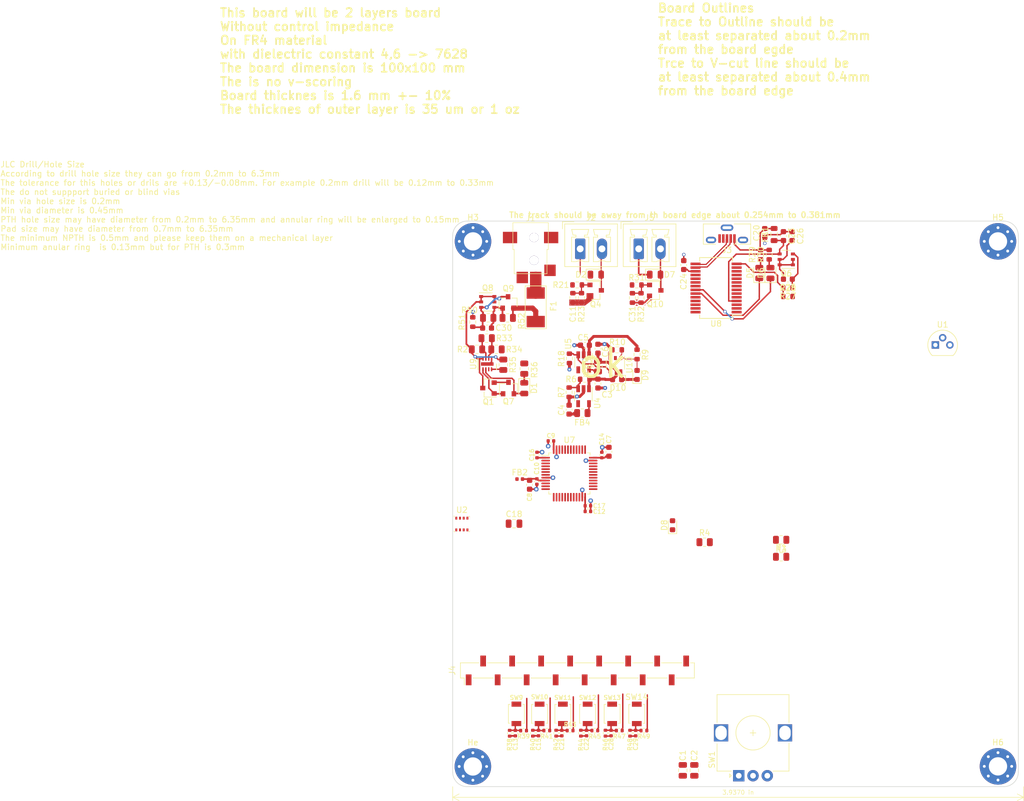
<source format=kicad_pcb>
(kicad_pcb (version 20171130) (host pcbnew 5.1.8-db9833491~87~ubuntu20.04.1)
  (layers (0 F.Cu signal) (31 B.Cu signal) (35 F.Paste user) (37 F.SilkS user) (39 F.Mask user) (44 Edge.Cuts user))
  (net 0 "")
  (net 1 VDDA)
  (net 2 GND)
  (net 3 VDD)
  (net 4 "Net-(C11-Pad2)")
  (net 5 BOOT0)
  (net 6 SYS_JTMS_SWCLK)
  (net 7 SYS_JTMS_SWDIO)
  (net 8 RCC_OSC_OUT)
  (net 9 RCC_OSC_IN)
  (net 10 Main_PS)
  (net 11 3V3_PS)
  (net 12 5V_PS)
  (net 13 "Net-(C18-Pad2)")
  (net 14 "Net-(F1-Pad2)")
  (net 15 "Net-(F1-Pad1)")
  (net 16 "Net-(R6-Pad1)")
  (net 17 "Net-(U4-Pad4)")
  (net 18 "Net-(U5-Pad4)")
  (net 19 "Net-(U7-Pad41)")
  (net 20 "Net-(U7-Pad40)")
  (net 21 "Net-(U7-Pad39)")
  (net 22 "Net-(U7-Pad38)")
  (net 23 "Net-(U7-Pad33)")
  (net 24 "Net-(U7-Pad32)")
  (net 25 "Net-(U7-Pad31)")
  (net 26 "Net-(U7-Pad30)")
  (net 27 "Net-(U7-Pad29)")
  (net 28 "Net-(U7-Pad28)")
  (net 29 "Net-(U7-Pad27)")
  (net 30 "Net-(U7-Pad26)")
  (net 31 "Net-(U7-Pad25)")
  (net 32 "Net-(U7-Pad22)")
  (net 33 "Net-(U7-Pad21)")
  (net 34 "Net-(U7-Pad19)")
  (net 35 "Net-(U7-Pad17)")
  (net 36 "Net-(U7-Pad16)")
  (net 37 "Net-(U7-Pad15)")
  (net 38 "Net-(U7-Pad14)")
  (net 39 "Net-(U7-Pad13)")
  (net 40 "Net-(U7-Pad12)")
  (net 41 "Net-(U7-Pad11)")
  (net 42 "Net-(U7-Pad10)")
  (net 43 "Net-(U7-Pad4)")
  (net 44 "Net-(U7-Pad3)")
  (net 45 "Net-(U7-Pad2)")
  (net 46 /FAN_CONTROL)
  (net 47 DS18B20_DATA)
  (net 48 BM280_SDO)
  (net 49 BM280_CSB)
  (net 50 BM280_SDI)
  (net 51 BM280_SCK)
  (net 52 "Net-(U7-Pad46)")
  (net 53 "Net-(U7-Pad45)")
  (net 54 "Net-(U7-Pad43)")
  (net 55 "Net-(U7-Pad42)")
  (net 56 "Net-(Q1-Pad2)")
  (net 57 "Net-(Q1-Pad1)")
  (net 58 "Net-(R2-Pad1)")
  (net 59 "Net-(R33-Pad1)")
  (net 60 "Net-(R35-Pad1)")
  (net 61 "Net-(D2-Pad2)")
  (net 62 "Net-(C25-Pad1)")
  (net 63 "Net-(D5-Pad2)")
  (net 64 "Net-(D5-Pad1)")
  (net 65 "Net-(D6-Pad2)")
  (net 66 "Net-(D6-Pad1)")
  (net 67 /CBUS3)
  (net 68 /5V_USB_ACTIVE)
  (net 69 "Net-(U8-Pad28)")
  (net 70 "Net-(U8-Pad27)")
  (net 71 "Net-(U8-Pad19)")
  (net 72 "Net-(U8-Pad13)")
  (net 73 /SLEEP_FTDI)
  (net 74 /CTS)
  (net 75 "Net-(U8-Pad10)")
  (net 76 "Net-(U8-Pad9)")
  (net 77 "Net-(U8-Pad6)")
  (net 78 /RXD_MICRO)
  (net 79 /RTS)
  (net 80 "Net-(U8-Pad2)")
  (net 81 /TXD_MICRO)
  (net 82 +5V)
  (net 83 "Net-(C23-Pad2)")
  (net 84 +3V3)
  (net 85 /5V_USB)
  (net 86 /D-)
  (net 87 /D+)
  (net 88 "Net-(C13-Pad1)")
  (net 89 "Net-(C15-Pad1)")
  (net 90 "Net-(C21-Pad1)")
  (net 91 "Net-(C22-Pad1)")
  (net 92 "Net-(C28-Pad1)")
  (net 93 "Net-(C29-Pad1)")
  (net 94 "Net-(U7-Pad20)")
  (net 95 "Net-(D1-Pad1)")
  (net 96 "Net-(J1-Pad3)")
  (net 97 "Net-(J1-Pad4)")
  (net 98 "Net-(C30-Pad2)")
  (net 99 "Net-(C30-Pad1)")
  (net 100 "Net-(Q1-Pad3)")
  (net 101 "Net-(FB3-Pad1)")
  (net 102 "Net-(FB4-Pad1)")
  (net 103 /~FAULT)
  (net 104 "Net-(C31-Pad2)")
  (net 105 "Net-(D7-Pad2)")
  (net 106 /BUZZER_CONTROL)
  (net 107 /ENC_BUTTON_B)
  (net 108 /ENC_BUTTON_A)
  (net 109 "Net-(D9-Pad2)")
  (net 110 VCC)
  (net 111 /D7)
  (net 112 /D5)
  (net 113 "Net-(J4-Pad10)")
  (net 114 "Net-(J4-Pad8)")
  (net 115 /E)
  (net 116 /RS)
  (net 117 /D6)
  (net 118 /D4)
  (net 119 "Net-(J4-Pad9)")
  (net 120 "Net-(J4-Pad7)")
  (net 121 /RW)
  (net 122 "Net-(J4-Pad3)")
  (net 123 /SWITCH_BUTTON)
  (net 124 /CC)
  (net 125 /CP)
  (net 126 /CV)
  (net 127 /Enter)
  (net 128 /CR)
  (net 129 /ON-OFF)
  (net 130 /LDO_5V_EN)
  (module Package_SO:SSOP-28_5.3x10.2mm_P0.65mm (layer F.Cu) (at 137.58612 62.62116 180)
    (fp_text reference U8 (at 0 -6.25) (layer F.SilkS))
    (fp_text value FT232RL)
    (pad 28 smd rect (at 3.6 -4.225 180) (size 1.75 0.45) (layers F.Cu F.Paste F.Mask) (net 69 "Net-(U8-Pad28)"))
    (pad 27 smd rect (at 3.6 -3.575 180) (size 1.75 0.45) (layers F.Cu F.Paste F.Mask) (net 70 "Net-(U8-Pad27)"))
    (pad 26 smd rect (at 3.6 -2.925 180) (size 1.75 0.45) (layers F.Cu F.Paste F.Mask) (net 2 GND))
    (pad 25 smd rect (at 3.6 -2.275 180) (size 1.75 0.45) (layers F.Cu F.Paste F.Mask) (net 2 GND))
    (pad 24 smd rect (at 3.6 -1.625 180) (size 1.75 0.45) (layers F.Cu F.Paste F.Mask))
    (pad 23 smd rect (at 3.6 -0.975 180) (size 1.75 0.45) (layers F.Cu F.Paste F.Mask) (net 64 "Net-(D5-Pad1)"))
    (pad 22 smd rect (at 3.6 -0.325 180) (size 1.75 0.45) (layers F.Cu F.Paste F.Mask) (net 66 "Net-(D6-Pad1)"))
    (pad 21 smd rect (at 3.6 0.325 180) (size 1.75 0.45) (layers F.Cu F.Paste F.Mask) (net 2 GND))
    (pad 20 smd rect (at 3.6 0.975 180) (size 1.75 0.45) (layers F.Cu F.Paste F.Mask) (net 83 "Net-(C23-Pad2)"))
    (pad 19 smd rect (at 3.6 1.625 180) (size 1.75 0.45) (layers F.Cu F.Paste F.Mask) (net 71 "Net-(U8-Pad19)"))
    (pad 18 smd rect (at 3.6 2.275 180) (size 1.75 0.45) (layers F.Cu F.Paste F.Mask) (net 2 GND))
    (pad 17 smd rect (at 3.6 2.925 180) (size 1.75 0.45) (layers F.Cu F.Paste F.Mask) (net 84 +3V3))
    (pad 16 smd rect (at 3.6 3.575 180) (size 1.75 0.45) (layers F.Cu F.Paste F.Mask) (net 86 /D-))
    (pad 15 smd rect (at 3.6 4.225 180) (size 1.75 0.45) (layers F.Cu F.Paste F.Mask) (net 87 /D+))
    (pad 14 smd rect (at -3.6 4.225 180) (size 1.75 0.45) (layers F.Cu F.Paste F.Mask) (net 67 /CBUS3))
    (pad 13 smd rect (at -3.6 3.575 180) (size 1.75 0.45) (layers F.Cu F.Paste F.Mask) (net 72 "Net-(U8-Pad13)"))
    (pad 12 smd rect (at -3.6 2.925 180) (size 1.75 0.45) (layers F.Cu F.Paste F.Mask) (net 73 /SLEEP_FTDI))
    (pad 11 smd rect (at -3.6 2.275 180) (size 1.75 0.45) (layers F.Cu F.Paste F.Mask) (net 74 /CTS))
    (pad 10 smd rect (at -3.6 1.625 180) (size 1.75 0.45) (layers F.Cu F.Paste F.Mask) (net 75 "Net-(U8-Pad10)"))
    (pad 9 smd rect (at -3.6 0.975 180) (size 1.75 0.45) (layers F.Cu F.Paste F.Mask) (net 76 "Net-(U8-Pad9)"))
    (pad 8 smd rect (at -3.6 0.325 180) (size 1.75 0.45) (layers F.Cu F.Paste F.Mask))
    (pad 7 smd rect (at -3.6 -0.325 180) (size 1.75 0.45) (layers F.Cu F.Paste F.Mask) (net 2 GND))
    (pad 6 smd rect (at -3.6 -0.975 180) (size 1.75 0.45) (layers F.Cu F.Paste F.Mask) (net 77 "Net-(U8-Pad6)"))
    (pad 5 smd rect (at -3.6 -1.625 180) (size 1.75 0.45) (layers F.Cu F.Paste F.Mask) (net 78 /RXD_MICRO))
    (pad 4 smd rect (at -3.6 -2.275 180) (size 1.75 0.45) (layers F.Cu F.Paste F.Mask) (net 83 "Net-(C23-Pad2)"))
    (pad 3 smd rect (at -3.6 -2.925 180) (size 1.75 0.45) (layers F.Cu F.Paste F.Mask) (net 79 /RTS))
    (pad 2 smd rect (at -3.6 -3.575 180) (size 1.75 0.45) (layers F.Cu F.Paste F.Mask) (net 80 "Net-(U8-Pad2)"))
    (pad 1 smd rect (at -3.6 -4.225 180) (size 1.75 0.45) (layers F.Cu F.Paste F.Mask) (net 81 /TXD_MICRO))
  )
  (module "E_Load:SMD DC SOCKETS DC-8S 1.3mm Pin" (layer F.Cu) (at 105.1 56.28)
    (fp_text reference J1 (at 0 -5.83) (layer F.SilkS))
    (fp_text value DC-8S_1.3mm_Pin)
    (pad 3 smd rect (at -1.45 4.5) (size 2 2) (layers F.Cu F.Paste F.Mask) (net 96 "Net-(J1-Pad3)"))
    (pad 1 smd rect (at 0.9 4.5) (size 2 2) (layers F.Cu F.Paste F.Mask) (net 14 "Net-(F1-Pad2)"))
    (pad 2 smd rect (at 3.4 3.25) (size 2 2) (layers F.Cu F.Paste F.Mask) (net 2 GND))
    (pad "" thru_hole circle (at 0.6 1.5) (size 1.6 1.6) (drill 1.6) (layers *.Cu *.Mask))
    (pad "" thru_hole circle (at 0.6 -2.5) (size 1.6 1.6) (drill 1.6) (layers *.Cu *.Mask))
    (pad 4 smd rect (at 3.6 -2.5) (size 2.5 2) (layers F.Cu F.Paste F.Mask) (net 97 "Net-(J1-Pad4)"))
    (pad 4 smd rect (at -3.6 -2.5) (size 2.5 2) (layers F.Cu F.Paste F.Mask) (net 97 "Net-(J1-Pad4)"))
  )
  (module Package_TO_SOT_SMD:SOT-23 (layer F.Cu) (at 97.7202 80.14574 180)
    (fp_text reference Q1 (at 0 -2.4) (layer F.SilkS))
    (fp_text value DMN24H3D5L)
    (pad 3 smd rect (at 1 0 180) (size 0.9 0.8) (layers F.Cu F.Paste F.Mask) (net 100 "Net-(Q1-Pad3)"))
    (pad 2 smd rect (at -1 0.95 180) (size 0.9 0.8) (layers F.Cu F.Paste F.Mask) (net 56 "Net-(Q1-Pad2)"))
    (pad 1 smd rect (at -1 -0.95 180) (size 0.9 0.8) (layers F.Cu F.Paste F.Mask) (net 57 "Net-(Q1-Pad1)"))
  )
  (module Package_TO_SOT_SMD:SOT-23 (layer F.Cu) (at 101.2302 80.14574 90)
    (fp_text reference Q7 (at -2.35 0 180) (layer F.SilkS))
    (fp_text value DMN24H3D5L)
    (pad 3 smd rect (at 1 0 90) (size 0.9 0.8) (layers F.Cu F.Paste F.Mask) (net 56 "Net-(Q1-Pad2)"))
    (pad 2 smd rect (at -1 0.95 90) (size 0.9 0.8) (layers F.Cu F.Paste F.Mask) (net 10 Main_PS))
    (pad 1 smd rect (at -1 -0.95 90) (size 0.9 0.8) (layers F.Cu F.Paste F.Mask) (net 57 "Net-(Q1-Pad1)"))
  )
  (module Resistor_SMD:R_0805_2012Metric (layer F.Cu) (at 100.31936 76.06288 90)
    (fp_text reference R35 (at 0 1.68064 90) (layer F.SilkS))
    (fp_text value R)
    (pad 2 smd roundrect (at 0.9125 0 90) (size 1.025 1.4) (layers F.Cu F.Paste F.Mask) (roundrect_rratio 0.243902) (net 100 "Net-(Q1-Pad3)"))
    (pad 1 smd roundrect (at -0.9125 0 90) (size 1.025 1.4) (layers F.Cu F.Paste F.Mask) (roundrect_rratio 0.243902) (net 60 "Net-(R35-Pad1)"))
  )
  (module Resistor_SMD:R_0805_2012Metric (layer F.Cu) (at 95.7109 73.36974 180)
    (fp_text reference R2 (at 2.5225 0) (layer F.SilkS))
    (fp_text value R)
    (pad 2 smd roundrect (at 0.9125 0 180) (size 1.025 1.4) (layers F.Cu F.Paste F.Mask) (roundrect_rratio 0.243902) (net 100 "Net-(Q1-Pad3)"))
    (pad 1 smd roundrect (at -0.9125 0 180) (size 1.025 1.4) (layers F.Cu F.Paste F.Mask) (roundrect_rratio 0.243902) (net 58 "Net-(R2-Pad1)"))
  )
  (module Resistor_SMD:R_0805_2012Metric (layer F.Cu) (at 99.1309 73.36974 180)
    (fp_text reference R34 (at -3.0975 0) (layer F.SilkS))
    (fp_text value R)
    (pad 2 smd roundrect (at 0.9125 0 180) (size 1.025 1.4) (layers F.Cu F.Paste F.Mask) (roundrect_rratio 0.243902) (net 59 "Net-(R33-Pad1)"))
    (pad 1 smd roundrect (at -0.9125 0 180) (size 1.025 1.4) (layers F.Cu F.Paste F.Mask) (roundrect_rratio 0.243902) (net 2 GND))
  )
  (module Resistor_SMD:R_0805_2012Metric (layer F.Cu) (at 97.4084 71.40974 180)
    (fp_text reference R33 (at -3.0916 0) (layer F.SilkS))
    (fp_text value R)
    (pad 2 smd roundrect (at 0.9125 0 180) (size 1.025 1.4) (layers F.Cu F.Paste F.Mask) (roundrect_rratio 0.243902) (net 58 "Net-(R2-Pad1)"))
    (pad 1 smd roundrect (at -0.9125 0 180) (size 1.025 1.4) (layers F.Cu F.Paste F.Mask) (roundrect_rratio 0.243902) (net 59 "Net-(R33-Pad1)"))
  )
  (module Package_QFP:LQFP-48_7x7mm_P0.5mm (layer F.Cu) (at 111.8996 95.0958)
    (fp_text reference U7 (at 0 -5.85) (layer F.SilkS))
    (fp_text value STM32F103C8Tx)
    (pad 1 smd roundrect (at -4.1625 -2.75) (size 1.475 0.3) (layers F.Cu F.Paste F.Mask) (net 3 VDD))
    (pad 2 smd roundrect (at -4.1625 -2.25) (size 1.475 0.3) (layers F.Cu F.Paste F.Mask) (net 45 "Net-(U7-Pad2)"))
    (pad 3 smd roundrect (at -4.1625 -1.75) (size 1.475 0.3) (layers F.Cu F.Paste F.Mask) (net 44 "Net-(U7-Pad3)"))
    (pad 4 smd roundrect (at -4.1625 -1.25) (size 1.475 0.3) (layers F.Cu F.Paste F.Mask) (net 43 "Net-(U7-Pad4)"))
    (pad 5 smd roundrect (at -4.1625 -0.75) (size 1.475 0.3) (layers F.Cu F.Paste F.Mask) (net 9 RCC_OSC_IN))
    (pad 6 smd roundrect (at -4.1625 -0.25) (size 1.475 0.3) (layers F.Cu F.Paste F.Mask) (net 8 RCC_OSC_OUT))
    (pad 7 smd roundrect (at -4.1625 0.25) (size 1.475 0.3) (layers F.Cu F.Paste F.Mask) (net 13 "Net-(C18-Pad2)"))
    (pad 8 smd roundrect (at -4.1625 0.75) (size 1.475 0.3) (layers F.Cu F.Paste F.Mask) (net 2 GND))
    (pad 9 smd roundrect (at -4.1625 1.25) (size 1.475 0.3) (layers F.Cu F.Paste F.Mask) (net 1 VDDA))
    (pad 10 smd roundrect (at -4.1625 1.75) (size 1.475 0.3) (layers F.Cu F.Paste F.Mask) (net 42 "Net-(U7-Pad10)"))
    (pad 11 smd roundrect (at -4.1625 2.25) (size 1.475 0.3) (layers F.Cu F.Paste F.Mask) (net 41 "Net-(U7-Pad11)"))
    (pad 12 smd roundrect (at -4.1625 2.75) (size 1.475 0.3) (layers F.Cu F.Paste F.Mask) (net 40 "Net-(U7-Pad12)"))
    (pad 13 smd roundrect (at -2.75 4.1625) (size 0.3 1.475) (layers F.Cu F.Paste F.Mask) (net 39 "Net-(U7-Pad13)"))
    (pad 14 smd roundrect (at -2.25 4.1625) (size 0.3 1.475) (layers F.Cu F.Paste F.Mask) (net 38 "Net-(U7-Pad14)"))
    (pad 15 smd roundrect (at -1.75 4.1625) (size 0.3 1.475) (layers F.Cu F.Paste F.Mask) (net 37 "Net-(U7-Pad15)"))
    (pad 16 smd roundrect (at -1.25 4.1625) (size 0.3 1.475) (layers F.Cu F.Paste F.Mask) (net 36 "Net-(U7-Pad16)"))
    (pad 17 smd roundrect (at -0.75 4.1625) (size 0.3 1.475) (layers F.Cu F.Paste F.Mask) (net 35 "Net-(U7-Pad17)"))
    (pad 18 smd roundrect (at -0.25 4.1625) (size 0.3 1.475) (layers F.Cu F.Paste F.Mask) (net 103 /~FAULT))
    (pad 19 smd roundrect (at 0.25 4.1625) (size 0.3 1.475) (layers F.Cu F.Paste F.Mask) (net 34 "Net-(U7-Pad19)"))
    (pad 20 smd roundrect (at 0.75 4.1625) (size 0.3 1.475) (layers F.Cu F.Paste F.Mask) (net 94 "Net-(U7-Pad20)"))
    (pad 21 smd roundrect (at 1.25 4.1625) (size 0.3 1.475) (layers F.Cu F.Paste F.Mask) (net 33 "Net-(U7-Pad21)"))
    (pad 22 smd roundrect (at 1.75 4.1625) (size 0.3 1.475) (layers F.Cu F.Paste F.Mask) (net 32 "Net-(U7-Pad22)"))
    (pad 23 smd roundrect (at 2.25 4.1625) (size 0.3 1.475) (layers F.Cu F.Paste F.Mask) (net 2 GND))
    (pad 24 smd roundrect (at 2.75 4.1625) (size 0.3 1.475) (layers F.Cu F.Paste F.Mask) (net 3 VDD))
    (pad 25 smd roundrect (at 4.1625 2.75) (size 1.475 0.3) (layers F.Cu F.Paste F.Mask) (net 31 "Net-(U7-Pad25)"))
    (pad 26 smd roundrect (at 4.1625 2.25) (size 1.475 0.3) (layers F.Cu F.Paste F.Mask) (net 30 "Net-(U7-Pad26)"))
    (pad 27 smd roundrect (at 4.1625 1.75) (size 1.475 0.3) (layers F.Cu F.Paste F.Mask) (net 29 "Net-(U7-Pad27)"))
    (pad 28 smd roundrect (at 4.1625 1.25) (size 1.475 0.3) (layers F.Cu F.Paste F.Mask) (net 28 "Net-(U7-Pad28)"))
    (pad 29 smd roundrect (at 4.1625 0.75) (size 1.475 0.3) (layers F.Cu F.Paste F.Mask) (net 27 "Net-(U7-Pad29)"))
    (pad 30 smd roundrect (at 4.1625 0.25) (size 1.475 0.3) (layers F.Cu F.Paste F.Mask) (net 26 "Net-(U7-Pad30)"))
    (pad 31 smd roundrect (at 4.1625 -0.25) (size 1.475 0.3) (layers F.Cu F.Paste F.Mask) (net 25 "Net-(U7-Pad31)"))
    (pad 32 smd roundrect (at 4.1625 -0.75) (size 1.475 0.3) (layers F.Cu F.Paste F.Mask) (net 24 "Net-(U7-Pad32)"))
    (pad 33 smd roundrect (at 4.1625 -1.25) (size 1.475 0.3) (layers F.Cu F.Paste F.Mask) (net 23 "Net-(U7-Pad33)"))
    (pad 34 smd roundrect (at 4.1625 -1.75) (size 1.475 0.3) (layers F.Cu F.Paste F.Mask) (net 7 SYS_JTMS_SWDIO))
    (pad 35 smd roundrect (at 4.1625 -2.25) (size 1.475 0.3) (layers F.Cu F.Paste F.Mask) (net 2 GND))
    (pad 36 smd roundrect (at 4.1625 -2.75) (size 1.475 0.3) (layers F.Cu F.Paste F.Mask) (net 3 VDD))
    (pad 37 smd roundrect (at 2.75 -4.1625) (size 0.3 1.475) (layers F.Cu F.Paste F.Mask) (net 6 SYS_JTMS_SWCLK))
    (pad 38 smd roundrect (at 2.25 -4.1625) (size 0.3 1.475) (layers F.Cu F.Paste F.Mask) (net 22 "Net-(U7-Pad38)"))
    (pad 39 smd roundrect (at 1.75 -4.1625) (size 0.3 1.475) (layers F.Cu F.Paste F.Mask) (net 21 "Net-(U7-Pad39)"))
    (pad 40 smd roundrect (at 1.25 -4.1625) (size 0.3 1.475) (layers F.Cu F.Paste F.Mask) (net 20 "Net-(U7-Pad40)"))
    (pad 41 smd roundrect (at 0.75 -4.1625) (size 0.3 1.475) (layers F.Cu F.Paste F.Mask) (net 19 "Net-(U7-Pad41)"))
    (pad 42 smd roundrect (at 0.25 -4.1625) (size 0.3 1.475) (layers F.Cu F.Paste F.Mask) (net 55 "Net-(U7-Pad42)"))
    (pad 43 smd roundrect (at -0.25 -4.1625) (size 0.3 1.475) (layers F.Cu F.Paste F.Mask) (net 54 "Net-(U7-Pad43)"))
    (pad 44 smd roundrect (at -0.75 -4.1625) (size 0.3 1.475) (layers F.Cu F.Paste F.Mask) (net 5 BOOT0))
    (pad 45 smd roundrect (at -1.25 -4.1625) (size 0.3 1.475) (layers F.Cu F.Paste F.Mask) (net 53 "Net-(U7-Pad45)"))
    (pad 46 smd roundrect (at -1.75 -4.1625) (size 0.3 1.475) (layers F.Cu F.Paste F.Mask) (net 52 "Net-(U7-Pad46)"))
    (pad 47 smd roundrect (at -2.25 -4.1625) (size 0.3 1.475) (layers F.Cu F.Paste F.Mask) (net 2 GND))
    (pad 48 smd roundrect (at -2.75 -4.1625) (size 0.3 1.475) (layers F.Cu F.Paste F.Mask) (net 3 VDD))
  )
  (module Resistor_SMD:R_0805_2012Metric (layer F.Cu) (at 114.16 84.525 180)
    (fp_text reference FB4 (at 0 -1.65) (layer F.SilkS))
    (fp_text value Ferrite_Bead_Small)
    (pad 2 smd roundrect (at 0.9125 0 180) (size 1.025 1.4) (layers F.Cu F.Paste F.Mask) (roundrect_rratio 0.243902) (net 11 3V3_PS))
    (pad 1 smd roundrect (at -0.9125 0 180) (size 1.025 1.4) (layers F.Cu F.Paste F.Mask) (roundrect_rratio 0.243902) (net 102 "Net-(FB4-Pad1)"))
  )
  (module Resistor_SMD:R_0805_2012Metric (layer F.Cu) (at 116.9 76.33 90)
    (fp_text reference FB3 (at 0 -1.65 90) (layer F.SilkS))
    (fp_text value Ferrite_Bead_Small)
    (pad 2 smd roundrect (at 0.9125 0 90) (size 1.025 1.4) (layers F.Cu F.Paste F.Mask) (roundrect_rratio 0.243902) (net 12 5V_PS))
    (pad 1 smd roundrect (at -0.9125 0 90) (size 1.025 1.4) (layers F.Cu F.Paste F.Mask) (roundrect_rratio 0.243902) (net 101 "Net-(FB3-Pad1)"))
  )
  (module Diode_SMD:D_0805_2012Metric (layer F.Cu) (at 116.51962 60.28028)
    (fp_text reference D2 (at -2.60882 0) (layer F.SilkS))
    (fp_text value D)
    (pad 2 smd roundrect (at 0.9375 0) (size 0.975 1.4) (layers F.Cu F.Paste F.Mask) (net 61 "Net-(D2-Pad2)"))
    (pad 1 smd roundrect (at -0.9375 0) (size 0.975 1.4) (layers F.Cu F.Paste F.Mask) (net 10 Main_PS))
  )
  (module Resistor_SMD:R_0603_1608Metric (layer F.Cu) (at 113.26564 62.08256)
    (fp_text reference R21 (at -2.84734 0) (layer F.SilkS))
    (fp_text value 10k)
    (pad 2 smd roundrect (at 0.825 0) (size 0.8 0.95) (layers F.Cu F.Paste F.Mask) (net 4 "Net-(C11-Pad2)"))
    (pad 1 smd roundrect (at -0.825 0) (size 0.8 0.95) (layers F.Cu F.Paste F.Mask) (net 46 /FAN_CONTROL))
  )
  (module Resistor_SMD:R_0603_1608Metric (layer F.Cu) (at 112.5011 64.34774 90)
    (fp_text reference C11 (at -2.84784 -0.00508 90) (layer F.SilkS))
    (fp_text value 100n)
    (pad 2 smd roundrect (at 0.825 0 90) (size 0.8 0.95) (layers F.Cu F.Paste F.Mask) (net 4 "Net-(C11-Pad2)"))
    (pad 1 smd roundrect (at -0.825 0 90) (size 0.8 0.95) (layers F.Cu F.Paste F.Mask) (net 2 GND))
  )
  (module Resistor_SMD:R_0603_1608Metric (layer F.Cu) (at 114.01494 64.34824 270)
    (fp_text reference R23 (at 2.84734 -0.00508 90) (layer F.SilkS))
    (fp_text value 10k)
    (pad 2 smd roundrect (at 0.825 0 270) (size 0.8 0.95) (layers F.Cu F.Paste F.Mask) (net 2 GND))
    (pad 1 smd roundrect (at -0.825 0 270) (size 0.8 0.95) (layers F.Cu F.Paste F.Mask) (net 4 "Net-(C11-Pad2)"))
  )
  (module Package_TO_SOT_SMD:TSOT-23-5 (layer F.Cu) (at 114.4 75.64 270)
    (fp_text reference U5 (at -3.24 2.7 90) (layer F.SilkS))
    (fp_text value NCP718xSN500)
    (pad 5 smd rect (at 1.31 -0.95 270) (size 1.22 0.65) (layers F.Cu F.Paste F.Mask) (net 101 "Net-(FB3-Pad1)"))
    (pad 4 smd rect (at 1.31 0.95 270) (size 1.22 0.65) (layers F.Cu F.Paste F.Mask) (net 18 "Net-(U5-Pad4)"))
    (pad 3 smd rect (at -1.31 0.95 270) (size 1.22 0.65) (layers F.Cu F.Paste F.Mask) (net 130 /LDO_5V_EN))
    (pad 2 smd rect (at -1.31 0 270) (size 1.22 0.65) (layers F.Cu F.Paste F.Mask) (net 2 GND))
    (pad 1 smd rect (at -1.31 -0.95 270) (size 1.22 0.65) (layers F.Cu F.Paste F.Mask) (net 10 Main_PS))
  )
  (module Resistor_SMD:R_0603_1608Metric (layer F.Cu) (at 111.85 80.88028 90)
    (fp_text reference R7 (at -0.01972 -1.35 90) (layer F.SilkS))
    (fp_text value R)
    (pad 2 smd roundrect (at 0.825 0 90) (size 0.8 0.95) (layers F.Cu F.Paste F.Mask) (net 16 "Net-(R6-Pad1)"))
    (pad 1 smd roundrect (at -0.825 0 90) (size 0.8 0.95) (layers F.Cu F.Paste F.Mask) (net 2 GND))
  )
  (module Resistor_SMD:R_0603_1608Metric (layer F.Cu) (at 114.6 78.60772)
    (fp_text reference R6 (at -2.4 -0.00772) (layer F.SilkS))
    (fp_text value R)
    (pad 2 smd roundrect (at 0.825 0) (size 0.8 0.95) (layers F.Cu F.Paste F.Mask) (net 12 5V_PS))
    (pad 1 smd roundrect (at -0.825 0) (size 0.8 0.95) (layers F.Cu F.Paste F.Mask) (net 16 "Net-(R6-Pad1)"))
  )
  (module Capacitor_SMD:C_0603_1608Metric (layer F.Cu) (at 116.9 79.35772 90)
    (fp_text reference C3 (at -1.94228 1.6 180) (layer F.SilkS))
    (fp_text value C)
    (pad 2 smd roundrect (at 0.775 0 90) (size 0.9 0.95) (layers F.Cu F.Paste F.Mask) (net 12 5V_PS))
    (pad 1 smd roundrect (at -0.775 0 90) (size 0.9 0.95) (layers F.Cu F.Paste F.Mask) (net 2 GND))
  )
  (module Capacitor_SMD:C_0603_1608Metric (layer F.Cu) (at 111.85 83.925 270)
    (fp_text reference C4 (at 0.075 1.35 90) (layer F.SilkS))
    (fp_text value C)
    (pad 2 smd roundrect (at 0.775 0 270) (size 0.9 0.95) (layers F.Cu F.Paste F.Mask) (net 11 3V3_PS))
    (pad 1 smd roundrect (at -0.775 0 270) (size 0.9 0.95) (layers F.Cu F.Paste F.Mask) (net 2 GND))
  )
  (module Capacitor_SMD:C_0603_1608Metric (layer F.Cu) (at 116.9 73.25 270)
    (fp_text reference C6 (at 0.55 -1.3 90) (layer F.SilkS))
    (fp_text value C)
    (pad 2 smd roundrect (at 0.775 0 270) (size 0.9 0.95) (layers F.Cu F.Paste F.Mask) (net 12 5V_PS))
    (pad 1 smd roundrect (at -0.775 0 270) (size 0.9 0.95) (layers F.Cu F.Paste F.Mask) (net 2 GND))
  )
  (module Resistor_SMD:R_0603_1608Metric (layer F.Cu) (at 111.9 74.95 90)
    (fp_text reference R18 (at -0.05 -1.4 90) (layer F.SilkS))
    (fp_text value R)
    (pad 2 smd roundrect (at 0.825 0 90) (size 0.8 0.95) (layers F.Cu F.Paste F.Mask) (net 130 /LDO_5V_EN))
    (pad 1 smd roundrect (at -0.825 0 90) (size 0.8 0.95) (layers F.Cu F.Paste F.Mask) (net 2 GND))
  )
  (module Capacitor_SMD:C_0603_1608Metric (layer F.Cu) (at 114.62 72.65)
    (fp_text reference C5 (at -0.32 -1.35) (layer F.SilkS))
    (fp_text value C)
    (pad 2 smd roundrect (at 0.775 0) (size 0.9 0.95) (layers F.Cu F.Paste F.Mask) (net 10 Main_PS))
    (pad 1 smd roundrect (at -0.775 0) (size 0.9 0.95) (layers F.Cu F.Paste F.Mask) (net 2 GND))
  )
  (module Package_SO:TSOP-5_1.65x3.05mm_P0.95mm (layer F.Cu) (at 119.95 76.05 270)
    (fp_text reference U10 (at 0.05 -2.45 90) (layer F.SilkS))
    (fp_text value 74AHC1G86)
    (pad 5 smd rect (at 1.16 -0.95 270) (size 0.7 0.51) (layers F.Cu F.Paste F.Mask) (net 110 VCC))
    (pad 4 smd rect (at 1.16 0.95 270) (size 0.7 0.51) (layers F.Cu F.Paste F.Mask) (net 130 /LDO_5V_EN))
    (pad 3 smd rect (at -1.16 0.95 270) (size 0.7 0.51) (layers F.Cu F.Paste F.Mask) (net 2 GND))
    (pad 2 smd rect (at -1.16 0 270) (size 0.7 0.51) (layers F.Cu F.Paste F.Mask) (net 85 /5V_USB))
    (pad 1 smd rect (at -1.16 -0.95 270) (size 0.7 0.51) (layers F.Cu F.Paste F.Mask) (net 109 "Net-(D9-Pad2)"))
  )
  (module Resistor_SMD:R_0603_1608Metric (layer F.Cu) (at 120.25 73.45)
    (fp_text reference R10 (at 0.05 -1.35) (layer F.SilkS))
    (fp_text value 10k)
    (pad 2 smd roundrect (at 0.825 0) (size 0.8 0.95) (layers F.Cu F.Paste F.Mask) (net 109 "Net-(D9-Pad2)"))
    (pad 1 smd roundrect (at -0.825 0) (size 0.8 0.95) (layers F.Cu F.Paste F.Mask) (net 2 GND))
  )
  (module Resistor_SMD:R_0603_1608Metric (layer F.Cu) (at 123.75 74.25 90)
    (fp_text reference R9 (at -0.05 1.45 90) (layer F.SilkS))
    (fp_text value 10k)
    (pad 2 smd roundrect (at 0.825 0 90) (size 0.8 0.95) (layers F.Cu F.Paste F.Mask) (net 10 Main_PS))
    (pad 1 smd roundrect (at -0.825 0 90) (size 0.8 0.95) (layers F.Cu F.Paste F.Mask) (net 109 "Net-(D9-Pad2)"))
  )
  (module Connector_PinSocket_2.54mm:PinSocket_1x16_P2.54mm_Vertical_SMD_Pin1Left (layer F.Cu) (at 113.3 129.6 90)
    (fp_text reference J4 (at 0 -21.92 90) (layer F.SilkS))
    (fp_text value Conn_01x16)
    (pad 16 smd rect (at 1.65 19.05 90) (size 1.9 1) (layers F.Cu F.Paste F.Mask) (net 2 GND))
    (pad 14 smd rect (at 1.65 13.97 90) (size 1.9 1) (layers F.Cu F.Paste F.Mask) (net 111 /D7))
    (pad 12 smd rect (at 1.65 8.89 90) (size 1.9 1) (layers F.Cu F.Paste F.Mask) (net 112 /D5))
    (pad 10 smd rect (at 1.65 3.81 90) (size 1.9 1) (layers F.Cu F.Paste F.Mask) (net 113 "Net-(J4-Pad10)"))
    (pad 8 smd rect (at 1.65 -1.27 90) (size 1.9 1) (layers F.Cu F.Paste F.Mask) (net 114 "Net-(J4-Pad8)"))
    (pad 6 smd rect (at 1.65 -6.35 90) (size 1.9 1) (layers F.Cu F.Paste F.Mask) (net 115 /E))
    (pad 4 smd rect (at 1.65 -11.43 90) (size 1.9 1) (layers F.Cu F.Paste F.Mask) (net 116 /RS))
    (pad 2 smd rect (at 1.65 -16.51 90) (size 1.9 1) (layers F.Cu F.Paste F.Mask) (net 12 5V_PS))
    (pad 15 smd rect (at -1.65 16.51 90) (size 1.9 1) (layers F.Cu F.Paste F.Mask) (net 12 5V_PS))
    (pad 13 smd rect (at -1.65 11.43 90) (size 1.9 1) (layers F.Cu F.Paste F.Mask) (net 117 /D6))
    (pad 11 smd rect (at -1.65 6.35 90) (size 1.9 1) (layers F.Cu F.Paste F.Mask) (net 118 /D4))
    (pad 9 smd rect (at -1.65 1.27 90) (size 1.9 1) (layers F.Cu F.Paste F.Mask) (net 119 "Net-(J4-Pad9)"))
    (pad 7 smd rect (at -1.65 -3.81 90) (size 1.9 1) (layers F.Cu F.Paste F.Mask) (net 120 "Net-(J4-Pad7)"))
    (pad 5 smd rect (at -1.65 -8.89 90) (size 1.9 1) (layers F.Cu F.Paste F.Mask) (net 121 /RW))
    (pad 3 smd rect (at -1.65 -13.97 90) (size 1.9 1) (layers F.Cu F.Paste F.Mask) (net 122 "Net-(J4-Pad3)"))
    (pad 1 smd rect (at -1.65 -19.05 90) (size 1.9 1) (layers F.Cu F.Paste F.Mask) (net 2 GND))
  )
  (module Diode_SMD:D_0603_1608Metric (layer F.Cu) (at 120.25 78.65 180)
    (fp_text reference D10 (at -0.15 -1.45) (layer F.SilkS))
    (fp_text value D_Schottky)
    (pad 2 smd roundrect (at 0.7875 0 180) (size 0.875 0.95) (layers F.Cu F.Paste F.Mask) (net 12 5V_PS))
    (pad 1 smd roundrect (at -0.7875 0 180) (size 0.875 0.95) (layers F.Cu F.Paste F.Mask) (net 110 VCC))
  )
  (module Diode_SMD:D_0603_1608Metric (layer F.Cu) (at 123.75 77.85 90)
    (fp_text reference D9 (at -0.05 1.45 90) (layer F.SilkS))
    (fp_text value D_Schottky)
    (pad 2 smd roundrect (at 0.7875 0 90) (size 0.875 0.95) (layers F.Cu F.Paste F.Mask) (net 109 "Net-(D9-Pad2)"))
    (pad 1 smd roundrect (at -0.7875 0 90) (size 0.875 0.95) (layers F.Cu F.Paste F.Mask) (net 110 VCC))
  )
  (module Diode_SMD:D_0603_1608Metric (layer F.Cu) (at 129.96 104.17 90)
    (fp_text reference D8 (at 0 -1.43 90) (layer F.SilkS))
    (fp_text value D_Schottky)
    (pad 2 smd roundrect (at 0.7875 0 90) (size 0.875 0.95) (layers F.Cu F.Paste F.Mask) (net 85 /5V_USB))
    (pad 1 smd roundrect (at -0.7875 0 90) (size 0.875 0.95) (layers F.Cu F.Paste F.Mask) (net 12 5V_PS))
  )
  (module Package_TO_SOT_SMD:SOT-23 (layer F.Cu) (at 101.16 65.15 90)
    (fp_text reference Q9 (at 2.45 0.04 180) (layer F.SilkS))
    (fp_text value BC807)
    (pad 3 smd rect (at 1 0 90) (size 0.9 0.8) (layers F.Cu F.Paste F.Mask) (net 99 "Net-(C30-Pad1)"))
    (pad 2 smd rect (at -1 0.95 90) (size 0.9 0.8) (layers F.Cu F.Paste F.Mask) (net 15 "Net-(F1-Pad1)"))
    (pad 1 smd rect (at -1 -0.95 90) (size 0.9 0.8) (layers F.Cu F.Paste F.Mask) (net 98 "Net-(C30-Pad2)"))
  )
  (module Resistor_SMD:R_0603_1608Metric (layer F.Cu) (at 124.445 64.36 270)
    (fp_text reference R32 (at 2.85 -0.005 90) (layer F.SilkS))
    (fp_text value 10k)
    (pad 2 smd roundrect (at 0.825 0 270) (size 0.8 0.95) (layers F.Cu F.Paste F.Mask) (net 2 GND))
    (pad 1 smd roundrect (at -0.825 0 270) (size 0.8 0.95) (layers F.Cu F.Paste F.Mask) (net 104 "Net-(C31-Pad2)"))
  )
  (module Resistor_SMD:R_0603_1608Metric (layer F.Cu) (at 123.695 62.09)
    (fp_text reference R31 (at 0 -1.29) (layer F.SilkS))
    (fp_text value 10k)
    (pad 2 smd roundrect (at 0.825 0) (size 0.8 0.95) (layers F.Cu F.Paste F.Mask) (net 104 "Net-(C31-Pad2)"))
    (pad 1 smd roundrect (at -0.825 0) (size 0.8 0.95) (layers F.Cu F.Paste F.Mask) (net 106 /BUZZER_CONTROL))
  )
  (module Package_TO_SOT_SMD:SOT-23 (layer F.Cu) (at 126.93 63.04)
    (fp_text reference Q10 (at 0 2.41) (layer F.SilkS))
    (fp_text value 2N7002E)
    (pad 3 smd rect (at 1 0) (size 0.9 0.8) (layers F.Cu F.Paste F.Mask) (net 105 "Net-(D7-Pad2)"))
    (pad 2 smd rect (at -1 0.95) (size 0.9 0.8) (layers F.Cu F.Paste F.Mask) (net 2 GND))
    (pad 1 smd rect (at -1 -0.95) (size 0.9 0.8) (layers F.Cu F.Paste F.Mask) (net 104 "Net-(C31-Pad2)"))
  )
  (module Connector_Phoenix_MC:PhoenixContact_MCV_1,5_2-G-3.81_1x02_P3.81mm_Vertical (layer F.Cu) (at 124.04 55.766)
    (fp_text reference J5 (at 1.9 -5.45) (layer F.SilkS))
    (fp_text value Screw_Terminal_01x02)
    (pad 2 thru_hole oval (at 3.81 0) (size 1.8 3.6) (drill 1.2) (layers *.Cu *.Mask) (net 105 "Net-(D7-Pad2)"))
    (pad 1 thru_hole roundrect (at 0 0) (size 1.8 3.6) (drill 1.2) (layers *.Cu *.Mask) (roundrect_rratio 0.138889) (net 10 Main_PS))
  )
  (module Diode_SMD:D_0805_2012Metric (layer F.Cu) (at 126.9125 60.28)
    (fp_text reference D7 (at 2.5275 0) (layer F.SilkS))
    (fp_text value D)
    (pad 2 smd roundrect (at 0.9375 0) (size 0.975 1.4) (layers F.Cu F.Paste F.Mask) (net 105 "Net-(D7-Pad2)"))
    (pad 1 smd roundrect (at -0.9375 0) (size 0.975 1.4) (layers F.Cu F.Paste F.Mask) (net 10 Main_PS))
  )
  (module Resistor_SMD:R_0603_1608Metric (layer F.Cu) (at 122.93 64.36 90)
    (fp_text reference C31 (at -2.85 0 90) (layer F.SilkS))
    (fp_text value 100n)
    (pad 2 smd roundrect (at 0.825 0 90) (size 0.8 0.95) (layers F.Cu F.Paste F.Mask) (net 104 "Net-(C31-Pad2)"))
    (pad 1 smd roundrect (at -0.825 0 90) (size 0.8 0.95) (layers F.Cu F.Paste F.Mask) (net 2 GND))
  )
  (module Connector_Phoenix_MC:PhoenixContact_MCV_1,5_2-G-3.81_1x02_P3.81mm_Vertical (layer F.Cu) (at 113.79 55.766)
    (fp_text reference J2 (at 1.9 -5.45) (layer F.SilkS))
    (fp_text value Screw_Terminal_01x02)
    (pad 2 thru_hole oval (at 3.81 0) (size 1.8 3.6) (drill 1.2) (layers *.Cu *.Mask) (net 61 "Net-(D2-Pad2)"))
    (pad 1 thru_hole roundrect (at 0 0) (size 1.8 3.6) (drill 1.2) (layers *.Cu *.Mask) (roundrect_rratio 0.138889) (net 10 Main_PS))
  )
  (module Resistor_SMD:R_0805_2012Metric (layer F.Cu) (at 101.0925 67.86 180)
    (fp_text reference R52 (at -2.4075 -0.54 90) (layer F.SilkS))
    (fp_text value R)
    (pad 2 smd roundrect (at 0.9125 0 180) (size 1.025 1.4) (layers F.Cu F.Paste F.Mask) (roundrect_rratio 0.243902) (net 98 "Net-(C30-Pad2)"))
    (pad 1 smd roundrect (at -0.9125 0 180) (size 1.025 1.4) (layers F.Cu F.Paste F.Mask) (roundrect_rratio 0.243902) (net 15 "Net-(F1-Pad1)"))
  )
  (module Resistor_SMD:R_0603_1608Metric (layer F.Cu) (at 94.9752 68.5836 270)
    (fp_text reference R51 (at 0 1.8752 90) (layer F.SilkS))
    (fp_text value R)
    (pad 2 smd roundrect (at 0.825 0 270) (size 0.8 0.95) (layers F.Cu F.Paste F.Mask) (net 99 "Net-(C30-Pad1)"))
    (pad 1 smd roundrect (at -0.825 0 270) (size 0.8 0.95) (layers F.Cu F.Paste F.Mask) (net 2 GND))
  )
  (module Resistor_SMD:R_0805_2012Metric (layer F.Cu) (at 135.5836 107.1401)
    (fp_text reference R4 (at 0 -1.65) (layer F.SilkS))
    (fp_text value 10k)
    (pad 2 smd roundrect (at 0.9125 0) (size 1.025 1.4) (layers F.Cu F.Paste F.Mask) (roundrect_rratio 0.243902) (net 11 3V3_PS))
    (pad 1 smd roundrect (at -0.9125 0) (size 1.025 1.4) (layers F.Cu F.Paste F.Mask) (roundrect_rratio 0.243902) (net 123 /SWITCH_BUTTON))
  )
  (module Resistor_SMD:R_0805_2012Metric (layer F.Cu) (at 148.9836 106.72335 180)
    (fp_text reference R3 (at 0 -1.65) (layer F.SilkS))
    (fp_text value 10k)
    (pad 2 smd roundrect (at 0.9125 0 180) (size 1.025 1.4) (layers F.Cu F.Paste F.Mask) (roundrect_rratio 0.243902) (net 11 3V3_PS))
    (pad 1 smd roundrect (at -0.9125 0 180) (size 1.025 1.4) (layers F.Cu F.Paste F.Mask) (roundrect_rratio 0.243902) (net 108 /ENC_BUTTON_A))
  )
  (module Resistor_SMD:R_0805_2012Metric (layer F.Cu) (at 148.9836 109.7)
    (fp_text reference R1 (at 0 -1.65) (layer F.SilkS))
    (fp_text value 10k)
    (pad 2 smd roundrect (at 0.9125 0) (size 1.025 1.4) (layers F.Cu F.Paste F.Mask) (roundrect_rratio 0.243902) (net 11 3V3_PS))
    (pad 1 smd roundrect (at -0.9125 0) (size 1.025 1.4) (layers F.Cu F.Paste F.Mask) (roundrect_rratio 0.243902) (net 107 /ENC_BUTTON_B))
  )
  (module Capacitor_SMD:C_0805_2012Metric (layer F.Cu) (at 102.2 103.9)
    (fp_text reference C18 (at 0 -1.68) (layer F.SilkS))
    (fp_text value 100n)
    (pad 2 smd roundrect (at 0.95 0) (size 1 1.45) (layers F.Cu F.Paste F.Mask) (net 13 "Net-(C18-Pad2)"))
    (pad 1 smd roundrect (at -0.95 0) (size 1 1.45) (layers F.Cu F.Paste F.Mask) (net 2 GND))
  )
  (module Resistor_SMD:R_0805_2012Metric (layer F.Cu) (at 97.6771 67.8536)
    (fp_text reference R50 (at -3.2771 -1.3536) (layer F.SilkS))
    (fp_text value R)
    (pad 2 smd roundrect (at 0.9125 0) (size 1.025 1.4) (layers F.Cu F.Paste F.Mask) (roundrect_rratio 0.243902) (net 98 "Net-(C30-Pad2)"))
    (pad 1 smd roundrect (at -0.9125 0) (size 1.025 1.4) (layers F.Cu F.Paste F.Mask) (roundrect_rratio 0.243902) (net 99 "Net-(C30-Pad1)"))
  )
  (module Package_SO:TSOP-6_1.65x3.05mm_P0.95mm (layer F.Cu) (at 97.5971 65.0596)
    (fp_text reference Q8 (at 0 -2.45) (layer F.SilkS))
    (fp_text value PMN48XP)
    (pad 6 smd rect (at 1.16 -0.95) (size 0.7 0.51) (layers F.Cu F.Paste F.Mask) (net 100 "Net-(Q1-Pad3)"))
    (pad 5 smd rect (at 1.16 0) (size 0.7 0.51) (layers F.Cu F.Paste F.Mask) (net 100 "Net-(Q1-Pad3)"))
    (pad 4 smd rect (at 1.16 0.95) (size 0.7 0.51) (layers F.Cu F.Paste F.Mask) (net 98 "Net-(C30-Pad2)"))
    (pad 3 smd rect (at -1.16 0.95) (size 0.7 0.51) (layers F.Cu F.Paste F.Mask) (net 99 "Net-(C30-Pad1)"))
    (pad 2 smd rect (at -1.16 0) (size 0.7 0.51) (layers F.Cu F.Paste F.Mask) (net 100 "Net-(Q1-Pad3)"))
    (pad 1 smd rect (at -1.16 -0.95) (size 0.7 0.51) (layers F.Cu F.Paste F.Mask) (net 100 "Net-(Q1-Pad3)"))
  )
  (module Capacitor_SMD:C_0603_1608Metric (layer F.Cu) (at 97.4771 69.6316)
    (fp_text reference C30 (at 2.9229 -0.0316) (layer F.SilkS))
    (fp_text value C)
    (pad 2 smd roundrect (at 0.775 0) (size 0.9 0.95) (layers F.Cu F.Paste F.Mask) (net 98 "Net-(C30-Pad2)"))
    (pad 1 smd roundrect (at -0.775 0) (size 0.9 0.95) (layers F.Cu F.Paste F.Mask) (net 99 "Net-(C30-Pad1)"))
  )
  (module "E_Load:0680-0500-12 BEL FUSE" (layer F.Cu) (at 106 66 90)
    (fp_text reference F1 (at 0.2 3.1 90) (layer F.SilkS))
    (fp_text value Fuse)
    (pad 2 smd rect (at 2.5 0 90) (size 2 3.18) (layers F.Cu F.Paste F.Mask) (net 14 "Net-(F1-Pad2)"))
    (pad 1 smd rect (at -2.5 0 90) (size 2 3.18) (layers F.Cu F.Paste F.Mask) (net 15 "Net-(F1-Pad1)"))
  )
  (module Resistor_SMD:R_0805_2012Metric (layer F.Cu) (at 103.9922 76.7455 90)
    (fp_text reference R36 (at -0.2013 1.778 90) (layer F.SilkS))
    (fp_text value R)
    (pad 2 smd roundrect (at 0.9125 0 90) (size 1.025 1.4) (layers F.Cu F.Paste F.Mask) (roundrect_rratio 0.243902) (net 2 GND))
    (pad 1 smd roundrect (at -0.9125 0 90) (size 1.025 1.4) (layers F.Cu F.Paste F.Mask) (roundrect_rratio 0.243902) (net 95 "Net-(D1-Pad1)"))
  )
  (module LED_SMD:LED_0805_2012Metric (layer F.Cu) (at 103.9922 80.16574 270)
    (fp_text reference D1 (at 0 -1.7078 90) (layer F.SilkS))
    (fp_text value LED)
    (pad 2 smd roundrect (at 0.9375 0 270) (size 0.975 1.4) (layers F.Cu F.Paste F.Mask) (net 10 Main_PS))
    (pad 1 smd roundrect (at -0.9375 0 270) (size 0.975 1.4) (layers F.Cu F.Paste F.Mask) (net 95 "Net-(D1-Pad1)"))
  )
  (module Resistor_SMD:R_0402_1005Metric (layer F.Cu) (at 124.94684 140.13608)
    (fp_text reference R49 (at 0 1.016) (layer F.SilkS) (effects (font (size 0.75 0.75))))
    (fp_text value 10k)
    (pad 2 smd roundrect (at 0.51 0) (size 0.54 0.64) (layers F.Cu F.Paste F.Mask) (net 129 /ON-OFF))
    (pad 1 smd roundrect (at -0.51 0) (size 0.54 0.64) (layers F.Cu F.Paste F.Mask) (net 93 "Net-(C29-Pad1)"))
  )
  (module Resistor_SMD:R_0402_1005Metric (layer F.Cu) (at 122.51914 140.59528 90)
    (fp_text reference R48 (at -1.97666 0 90) (layer F.SilkS) (effects (font (size 0.75 0.75))))
    (fp_text value 10k)
    (pad 2 smd roundrect (at 0.51 0 90) (size 0.54 0.64) (layers F.Cu F.Paste F.Mask) (net 93 "Net-(C29-Pad1)"))
    (pad 1 smd roundrect (at -0.51 0 90) (size 0.54 0.64) (layers F.Cu F.Paste F.Mask) (net 2 GND))
  )
  (module Resistor_SMD:R_0402_1005Metric (layer F.Cu) (at 120.63646 140.131)
    (fp_text reference R47 (at 0.00054 1.0287) (layer F.SilkS) (effects (font (size 0.75 0.75))))
    (fp_text value 10k)
    (pad 2 smd roundrect (at 0.51 0) (size 0.54 0.64) (layers F.Cu F.Paste F.Mask) (net 128 /CR))
    (pad 1 smd roundrect (at -0.51 0) (size 0.54 0.64) (layers F.Cu F.Paste F.Mask) (net 92 "Net-(C28-Pad1)"))
  )
  (module Resistor_SMD:R_0402_1005Metric (layer F.Cu) (at 118.2113 140.5902 270)
    (fp_text reference R46 (at 1.9919 0 90) (layer F.SilkS) (effects (font (size 0.75 0.75))))
    (fp_text value 10k)
    (pad 2 smd roundrect (at 0.51 0 270) (size 0.54 0.64) (layers F.Cu F.Paste F.Mask) (net 2 GND))
    (pad 1 smd roundrect (at -0.51 0 270) (size 0.54 0.64) (layers F.Cu F.Paste F.Mask) (net 92 "Net-(C28-Pad1)"))
  )
  (module Resistor_SMD:R_0402_1005Metric (layer F.Cu) (at 116.3464 140.131)
    (fp_text reference R45 (at -0.002 1.0287) (layer F.SilkS) (effects (font (size 0.75 0.75))))
    (fp_text value 10k)
    (pad 2 smd roundrect (at 0.51 0) (size 0.54 0.64) (layers F.Cu F.Paste F.Mask) (net 127 /Enter))
    (pad 1 smd roundrect (at -0.51 0) (size 0.54 0.64) (layers F.Cu F.Paste F.Mask) (net 91 "Net-(C22-Pad1)"))
  )
  (module Resistor_SMD:R_0402_1005Metric (layer F.Cu) (at 113.9071 140.5902 90)
    (fp_text reference R44 (at -2.0173 -0.0011 90) (layer F.SilkS) (effects (font (size 0.75 0.75))))
    (fp_text value 10k)
    (pad 2 smd roundrect (at 0.51 0 90) (size 0.54 0.64) (layers F.Cu F.Paste F.Mask) (net 91 "Net-(C22-Pad1)"))
    (pad 1 smd roundrect (at -0.51 0 90) (size 0.54 0.64) (layers F.Cu F.Paste F.Mask) (net 2 GND))
  )
  (module Resistor_SMD:R_0402_1005Metric (layer F.Cu) (at 112.0157 140.131)
    (fp_text reference R43 (at 0.002 -1.0287) (layer F.SilkS) (effects (font (size 0.75 0.75))))
    (fp_text value 10k)
    (pad 2 smd roundrect (at 0.51 0) (size 0.54 0.64) (layers F.Cu F.Paste F.Mask) (net 126 /CV))
    (pad 1 smd roundrect (at -0.51 0) (size 0.54 0.64) (layers F.Cu F.Paste F.Mask) (net 90 "Net-(C21-Pad1)"))
  )
  (module Resistor_SMD:R_0402_1005Metric (layer F.Cu) (at 109.5753 140.5902 90)
    (fp_text reference R42 (at -1.9792 0 90) (layer F.SilkS) (effects (font (size 0.75 0.75))))
    (fp_text value 10k)
    (pad 2 smd roundrect (at 0.51 0 90) (size 0.54 0.64) (layers F.Cu F.Paste F.Mask) (net 90 "Net-(C21-Pad1)"))
    (pad 1 smd roundrect (at -0.51 0 90) (size 0.54 0.64) (layers F.Cu F.Paste F.Mask) (net 2 GND))
  )
  (module Resistor_SMD:R_0402_1005Metric (layer F.Cu) (at 107.935 140.1329)
    (fp_text reference R41 (at 0.002 1.0268) (layer F.SilkS) (effects (font (size 0.75 0.75))))
    (fp_text value 10k)
    (pad 2 smd roundrect (at 0.51 0) (size 0.54 0.64) (layers F.Cu F.Paste F.Mask) (net 125 /CP))
    (pad 1 smd roundrect (at -0.51 0) (size 0.54 0.64) (layers F.Cu F.Paste F.Mask) (net 89 "Net-(C15-Pad1)"))
  )
  (module Resistor_SMD:R_0402_1005Metric (layer F.Cu) (at 105.4986 140.5929 90)
    (fp_text reference R40 (at -1.9765 0 90) (layer F.SilkS) (effects (font (size 0.75 0.75))))
    (fp_text value 10k)
    (pad 2 smd roundrect (at 0.51 0 90) (size 0.54 0.64) (layers F.Cu F.Paste F.Mask) (net 89 "Net-(C15-Pad1)"))
    (pad 1 smd roundrect (at -0.51 0 90) (size 0.54 0.64) (layers F.Cu F.Paste F.Mask) (net 2 GND))
  )
  (module Resistor_SMD:R_0402_1005Metric (layer F.Cu) (at 103.871 140.1429)
    (fp_text reference R39 (at 0 0.9914) (layer F.SilkS) (effects (font (size 0.75 0.75))))
    (fp_text value 10k)
    (pad 2 smd roundrect (at 0.51 0) (size 0.54 0.64) (layers F.Cu F.Paste F.Mask) (net 124 /CC))
    (pad 1 smd roundrect (at -0.51 0) (size 0.54 0.64) (layers F.Cu F.Paste F.Mask) (net 88 "Net-(C13-Pad1)"))
  )
  (module Resistor_SMD:R_0402_1005Metric (layer F.Cu) (at 101.4346 140.6029 90)
    (fp_text reference R38 (at -1.9919 0 90) (layer F.SilkS) (effects (font (size 0.75 0.75))))
    (fp_text value 10k)
    (pad 2 smd roundrect (at 0.51 0 90) (size 0.54 0.64) (layers F.Cu F.Paste F.Mask) (net 88 "Net-(C13-Pad1)"))
    (pad 1 smd roundrect (at -0.51 0 90) (size 0.54 0.64) (layers F.Cu F.Paste F.Mask) (net 2 GND))
  )
  (module Button_Switch_SMD:SW_SPST_B3U-1000P (layer F.Cu) (at 123.69914 137.21254 90)
    (fp_text reference SW14 (at 2.95402 -0.00144 180) (layer F.SilkS))
    (fp_text value SW_Push)
    (pad 2 smd rect (at 1.7 0 90) (size 0.9 1.7) (layers F.Cu F.Paste F.Mask) (net 3 VDD))
    (pad 1 smd rect (at -1.7 0 90) (size 0.9 1.7) (layers F.Cu F.Paste F.Mask) (net 93 "Net-(C29-Pad1)"))
  )
  (module Button_Switch_SMD:SW_SPST_B3U-1000P (layer F.Cu) (at 119.3913 137.21 90)
    (fp_text reference SW13 (at 2.84226 0.0011 180) (layer F.SilkS) (effects (font (size 0.75 0.75))))
    (fp_text value SW_Push)
    (pad 2 smd rect (at 1.7 0 90) (size 0.9 1.7) (layers F.Cu F.Paste F.Mask) (net 3 VDD))
    (pad 1 smd rect (at -1.7 0 90) (size 0.9 1.7) (layers F.Cu F.Paste F.Mask) (net 92 "Net-(C28-Pad1)"))
  )
  (module Button_Switch_SMD:SW_SPST_B3U-1000P (layer F.Cu) (at 115.0871 137.21 90)
    (fp_text reference SW12 (at 2.84226 0 180) (layer F.SilkS) (effects (font (size 0.75 0.75))))
    (fp_text value SW_Push)
    (pad 2 smd rect (at 1.7 0 90) (size 0.9 1.7) (layers F.Cu F.Paste F.Mask) (net 3 VDD))
    (pad 1 smd rect (at -1.7 0 90) (size 0.9 1.7) (layers F.Cu F.Paste F.Mask) (net 91 "Net-(C22-Pad1)"))
  )
  (module Button_Switch_SMD:SW_SPST_B3U-1000P (layer F.Cu) (at 110.7553 137.21 90)
    (fp_text reference SW11 (at 2.8448 0.0011 180) (layer F.SilkS) (effects (font (size 0.75 0.75))))
    (fp_text value SW_Push)
    (pad 2 smd rect (at 1.7 0 90) (size 0.9 1.7) (layers F.Cu F.Paste F.Mask) (net 3 VDD))
    (pad 1 smd rect (at -1.7 0 90) (size 0.9 1.7) (layers F.Cu F.Paste F.Mask) (net 90 "Net-(C21-Pad1)"))
  )
  (module Button_Switch_SMD:SW_SPST_B3U-1000P (layer F.Cu) (at 106.6786 137.21 90)
    (fp_text reference SW10 (at 2.9591 0.0011 180) (layer F.SilkS) (effects (font (size 0.75 0.75))))
    (fp_text value SW_Push)
    (pad 2 smd rect (at 1.7 0 90) (size 0.9 1.7) (layers F.Cu F.Paste F.Mask) (net 3 VDD))
    (pad 1 smd rect (at -1.7 0 90) (size 0.9 1.7) (layers F.Cu F.Paste F.Mask) (net 89 "Net-(C15-Pad1)"))
  )
  (module Button_Switch_SMD:SW_SPST_B3U-1000P (layer F.Cu) (at 102.6146 137.2082 90)
    (fp_text reference SW9 (at 2.843 0.0011 180) (layer F.SilkS) (effects (font (size 0.75 0.75))))
    (fp_text value SW_Push)
    (pad 2 smd rect (at 1.7 0 90) (size 0.9 1.7) (layers F.Cu F.Paste F.Mask) (net 3 VDD))
    (pad 1 smd rect (at -1.7 0 90) (size 0.9 1.7) (layers F.Cu F.Paste F.Mask) (net 88 "Net-(C13-Pad1)"))
  )
  (module Capacitor_SMD:C_0402_1005Metric (layer F.Cu) (at 123.50212 140.5755 270)
    (fp_text reference C29 (at 1.95834 0 90) (layer F.SilkS) (effects (font (size 0.75 0.75))))
    (fp_text value C)
    (pad 2 smd roundrect (at 0.48 0 270) (size 0.56 0.62) (layers F.Cu F.Paste F.Mask) (net 2 GND))
    (pad 1 smd roundrect (at -0.48 0 270) (size 0.56 0.62) (layers F.Cu F.Paste F.Mask) (net 93 "Net-(C29-Pad1)"))
  )
  (module Capacitor_SMD:C_0402_1005Metric (layer F.Cu) (at 119.19428 140.57042 270)
    (fp_text reference C28 (at 1.96088 -0.00762 90) (layer F.SilkS) (effects (font (size 0.75 0.75))))
    (fp_text value C)
    (pad 2 smd roundrect (at 0.48 0 270) (size 0.56 0.62) (layers F.Cu F.Paste F.Mask) (net 2 GND))
    (pad 1 smd roundrect (at -0.48 0 270) (size 0.56 0.62) (layers F.Cu F.Paste F.Mask) (net 92 "Net-(C28-Pad1)"))
  )
  (module Capacitor_SMD:C_0402_1005Metric (layer F.Cu) (at 114.8966 140.5702 270)
    (fp_text reference C22 (at 1.9738 0 90) (layer F.SilkS) (effects (font (size 0.75 0.75))))
    (fp_text value C)
    (pad 2 smd roundrect (at 0.48 0 270) (size 0.56 0.62) (layers F.Cu F.Paste F.Mask) (net 2 GND))
    (pad 1 smd roundrect (at -0.48 0 270) (size 0.56 0.62) (layers F.Cu F.Paste F.Mask) (net 91 "Net-(C22-Pad1)"))
  )
  (module Capacitor_SMD:C_0402_1005Metric (layer F.Cu) (at 110.5659 140.5702 270)
    (fp_text reference C21 (at 1.9611 0 90) (layer F.SilkS) (effects (font (size 0.75 0.75))))
    (fp_text value C)
    (pad 2 smd roundrect (at 0.48 0 270) (size 0.56 0.62) (layers F.Cu F.Paste F.Mask) (net 2 GND))
    (pad 1 smd roundrect (at -0.48 0 270) (size 0.56 0.62) (layers F.Cu F.Paste F.Mask) (net 90 "Net-(C21-Pad1)"))
  )
  (module Capacitor_SMD:C_0402_1005Metric (layer F.Cu) (at 106.4892 140.5729 270)
    (fp_text reference C15 (at 1.9711 0 90) (layer F.SilkS) (effects (font (size 0.75 0.75))))
    (fp_text value C)
    (pad 2 smd roundrect (at 0.48 0 270) (size 0.56 0.62) (layers F.Cu F.Paste F.Mask) (net 2 GND))
    (pad 1 smd roundrect (at -0.48 0 270) (size 0.56 0.62) (layers F.Cu F.Paste F.Mask) (net 89 "Net-(C15-Pad1)"))
  )
  (module Capacitor_SMD:C_0402_1005Metric (layer F.Cu) (at 102.4252 140.5829 270)
    (fp_text reference C13 (at 1.9611 0 270) (layer F.SilkS) (effects (font (size 0.75 0.75))))
    (fp_text value C)
    (pad 2 smd roundrect (at 0.48 0 270) (size 0.56 0.62) (layers F.Cu F.Paste F.Mask) (net 2 GND))
    (pad 1 smd roundrect (at -0.48 0 270) (size 0.56 0.62) (layers F.Cu F.Paste F.Mask) (net 88 "Net-(C13-Pad1)"))
  )
  (module Capacitor_SMD:C_0402_1005Metric (layer F.Cu) (at 106.1974 96.5174 90)
    (fp_text reference C10 (at 2.2834 -0.0254 90) (layer F.SilkS) (effects (font (size 0.75 0.75))))
    (fp_text value 100n)
    (pad 2 smd roundrect (at 0.48 0 90) (size 0.56 0.62) (layers F.Cu F.Paste F.Mask) (net 1 VDDA))
    (pad 1 smd roundrect (at -0.48 0 90) (size 0.56 0.62) (layers F.Cu F.Paste F.Mask) (net 2 GND))
  )
  (module Inductor_SMD:L_0402_1005Metric (layer F.Cu) (at 103.2002 96.0882)
    (fp_text reference FB2 (at 0 -1.17) (layer F.SilkS))
    (fp_text value Ferrite_Bead_Small)
    (pad 2 smd roundrect (at 0.485 0) (size 0.59 0.64) (layers F.Cu F.Paste F.Mask) (net 1 VDDA))
    (pad 1 smd roundrect (at -0.485 0) (size 0.59 0.64) (layers F.Cu F.Paste F.Mask) (net 3 VDD))
  )
  (module Capacitor_SMD:C_0603_1608Metric (layer F.Cu) (at 104.9274 97.0788 90)
    (fp_text reference C8 (at -2.1844 0 90) (layer F.SilkS) (effects (font (size 0.75 0.75))))
    (fp_text value 1u)
    (pad 2 smd roundrect (at 0.775 0 90) (size 0.9 0.95) (layers F.Cu F.Paste F.Mask) (net 1 VDDA))
    (pad 1 smd roundrect (at -0.775 0 90) (size 0.9 0.95) (layers F.Cu F.Paste F.Mask) (net 2 GND))
  )
  (module Capacitor_SMD:C_0603_1608Metric (layer F.Cu) (at 118.8212 91.3044 270)
    (fp_text reference C7 (at -2.1758 0 90) (layer F.SilkS) (effects (font (size 0.75 0.75))))
    (fp_text value 4u7)
    (pad 2 smd roundrect (at 0.775 0 270) (size 0.9 0.95) (layers F.Cu F.Paste F.Mask) (net 3 VDD))
    (pad 1 smd roundrect (at -0.775 0 270) (size 0.9 0.95) (layers F.Cu F.Paste F.Mask) (net 2 GND))
  )
  (module Capacitor_SMD:C_0402_1005Metric (layer F.Cu) (at 115.1356 100.7618 180)
    (fp_text reference C17 (at -1.9838 0) (layer F.SilkS) (effects (font (size 0.75 0.75))))
    (fp_text value 100n)
    (pad 1 smd roundrect (at -0.48 0 180) (size 0.56 0.62) (layers F.Cu F.Paste F.Mask) (net 2 GND))
    (pad 2 smd roundrect (at 0.48 0 180) (size 0.56 0.62) (layers F.Cu F.Paste F.Mask) (net 3 VDD))
  )
  (module Capacitor_SMD:C_0402_1005Metric (layer F.Cu) (at 106.2228 91.8744 270)
    (fp_text reference C16 (at -0.0026 0.9144 90) (layer F.SilkS) (effects (font (size 0.75 0.75))))
    (fp_text value 100n)
    (pad 2 smd roundrect (at 0.48 0 270) (size 0.56 0.62) (layers F.Cu F.Paste F.Mask) (net 3 VDD))
    (pad 1 smd roundrect (at -0.48 0 270) (size 0.56 0.62) (layers F.Cu F.Paste F.Mask) (net 2 GND))
  )
  (module Capacitor_SMD:C_0402_1005Metric (layer F.Cu) (at 117.5766 91.8744 270)
    (fp_text reference C14 (at -2.7712 0.0127 90) (layer F.SilkS) (effects (font (size 0.75 0.75))))
    (fp_text value 100n)
    (pad 1 smd roundrect (at -0.48 0 270) (size 0.56 0.62) (layers F.Cu F.Paste F.Mask) (net 2 GND))
    (pad 2 smd roundrect (at 0.48 0 270) (size 0.56 0.62) (layers F.Cu F.Paste F.Mask) (net 3 VDD))
  )
  (module Capacitor_SMD:C_0402_1005Metric (layer F.Cu) (at 115.1382 101.7524 180)
    (fp_text reference C12 (at -1.9812 -0.0254) (layer F.SilkS) (effects (font (size 0.75 0.75))))
    (fp_text value 100n)
    (pad 2 smd roundrect (at 0.48 0 180) (size 0.56 0.62) (layers F.Cu F.Paste F.Mask) (net 3 VDD))
    (pad 1 smd roundrect (at -0.48 0 180) (size 0.56 0.62) (layers F.Cu F.Paste F.Mask) (net 2 GND))
  )
  (module Capacitor_SMD:C_0402_1005Metric (layer F.Cu) (at 108.6638 89.408)
    (fp_text reference C9 (at -0.0026 -0.9144) (layer F.SilkS) (effects (font (size 0.75 0.75))))
    (fp_text value 100n)
    (pad 1 smd roundrect (at -0.48 0) (size 0.56 0.62) (layers F.Cu F.Paste F.Mask) (net 2 GND))
    (pad 2 smd roundrect (at 0.48 0) (size 0.56 0.62) (layers F.Cu F.Paste F.Mask) (net 3 VDD))
  )
  (module Capacitor_SMD:C_0603_1608Metric (layer F.Cu) (at 150.16226 61.06922 180)
    (fp_text reference C25 (at 0 -1.43) (layer F.SilkS))
    (fp_text value 100n)
    (pad 2 smd roundrect (at 0.775 0 180) (size 0.9 0.95) (layers F.Cu F.Paste F.Mask) (net 85 /5V_USB))
    (pad 1 smd roundrect (at -0.775 0 180) (size 0.9 0.95) (layers F.Cu F.Paste F.Mask) (net 62 "Net-(C25-Pad1)"))
  )
  (module Inductor_SMD:L_0805_2012Metric (layer F.Cu) (at 147.74866 53.25872 90)
    (fp_text reference FB1 (at 0 -1.55 90) (layer F.SilkS))
    (fp_text value Ferrite_Bead)
    (pad 2 smd roundrect (at 1.0625 0 90) (size 0.875 1.2) (layers F.Cu F.Paste F.Mask) (net 82 +5V))
    (pad 1 smd roundrect (at -1.0625 0 90) (size 0.875 1.2) (layers F.Cu F.Paste F.Mask) (net 83 "Net-(C23-Pad2)"))
  )
  (module Capacitor_SMD:C_0603_1608Metric (layer F.Cu) (at 150.91096 53.52872 270)
    (fp_text reference C26 (at 0 -1.43 90) (layer F.SilkS))
    (fp_text value 100n)
    (pad 2 smd roundrect (at 0.775 0 270) (size 0.9 0.95) (layers F.Cu F.Paste F.Mask) (net 85 /5V_USB))
    (pad 1 smd roundrect (at -0.775 0 270) (size 0.9 0.95) (layers F.Cu F.Paste F.Mask) (net 2 GND))
  )
  (module Capacitor_SMD:C_0603_1608Metric (layer F.Cu) (at 149.38696 53.52872 270)
    (fp_text reference C23 (at 0 -1.43 90) (layer F.SilkS))
    (fp_text value 100n)
    (pad 2 smd roundrect (at 0.775 0 270) (size 0.9 0.95) (layers F.Cu F.Paste F.Mask) (net 83 "Net-(C23-Pad2)"))
    (pad 1 smd roundrect (at -0.775 0 270) (size 0.9 0.95) (layers F.Cu F.Paste F.Mask) (net 2 GND))
  )
  (module Package_SO:TSOP-6_1.65x3.05mm_P0.95mm (layer F.Cu) (at 149.88226 57.61242 180)
    (fp_text reference Q6 (at 0 -2.45) (layer F.SilkS))
    (fp_text value PMN48XP)
    (pad 6 smd rect (at 1.16 -0.95 180) (size 0.7 0.51) (layers F.Cu F.Paste F.Mask) (net 85 /5V_USB))
    (pad 5 smd rect (at 1.16 0 180) (size 0.7 0.51) (layers F.Cu F.Paste F.Mask) (net 85 /5V_USB))
    (pad 4 smd rect (at 1.16 0.95 180) (size 0.7 0.51) (layers F.Cu F.Paste F.Mask) (net 83 "Net-(C23-Pad2)"))
    (pad 3 smd rect (at -1.16 0.95 180) (size 0.7 0.51) (layers F.Cu F.Paste F.Mask) (net 62 "Net-(C25-Pad1)"))
    (pad 2 smd rect (at -1.16 0 180) (size 0.7 0.51) (layers F.Cu F.Paste F.Mask) (net 85 /5V_USB))
    (pad 1 smd rect (at -1.16 -0.95 180) (size 0.7 0.51) (layers F.Cu F.Paste F.Mask) (net 85 /5V_USB))
  )
  (module Connector_USB:USB_Micro-B_Molex-105133-0001 (layer F.Cu) (at 139.50382 53.13172 180)
    (fp_text reference J3 (at 0 -2.85) (layer F.SilkS))
    (fp_text value USB_B)
    (pad 3 smd rect (at 0 -0.825 180) (size 0.45 1.5) (layers F.Cu F.Paste F.Mask) (net 87 /D+))
    (pad 4 smd rect (at 0.65 -0.825 180) (size 0.45 1.5) (layers F.Cu F.Paste F.Mask) (net 2 GND))
    (pad 2 smd rect (at -0.65 -0.825 180) (size 0.45 1.5) (layers F.Cu F.Paste F.Mask) (net 86 /D-))
    (pad 5 smd rect (at 1.3 -0.825 180) (size 0.45 1.5) (layers F.Cu F.Paste F.Mask) (net 2 GND))
    (pad 1 smd rect (at -1.3 -0.825 180) (size 0.45 1.5) (layers F.Cu F.Paste F.Mask) (net 82 +5V))
    (pad 6 thru_hole oval (at -2.8 -1.075 180) (size 1.8 1.1) (drill oval 1.2 0.5) (layers *.Cu *.Mask))
    (pad 6 thru_hole oval (at 2.8 -1.075 180) (size 1.8 1.1) (drill oval 1.2 0.5) (layers *.Cu *.Mask))
    (pad 6 thru_hole oval (at 0 1.075 180) (size 2.2 1.1) (drill oval 1.6 0.5) (layers *.Cu *.Mask))
  )
  (module Resistor_SMD:R_0603_1608Metric (layer F.Cu) (at 146.89014 56.78424 90)
    (fp_text reference R30 (at 0 -1.43 90) (layer F.SilkS))
    (fp_text value 10k)
    (pad 2 smd roundrect (at 0.825 0 90) (size 0.8 0.95) (layers F.Cu F.Paste F.Mask) (net 82 +5V))
    (pad 1 smd roundrect (at -0.825 0 90) (size 0.8 0.95) (layers F.Cu F.Paste F.Mask) (net 65 "Net-(D6-Pad2)"))
  )
  (module Resistor_SMD:R_0603_1608Metric (layer F.Cu) (at 145.37884 56.78424 90)
    (fp_text reference R29 (at 0 -1.43 90) (layer F.SilkS))
    (fp_text value 10kΩ)
    (pad 2 smd roundrect (at 0.825 0 90) (size 0.8 0.95) (layers F.Cu F.Paste F.Mask) (net 82 +5V))
    (pad 1 smd roundrect (at -0.825 0 90) (size 0.8 0.95) (layers F.Cu F.Paste F.Mask) (net 63 "Net-(D5-Pad2)"))
  )
  (module Resistor_SMD:R_0603_1608Metric (layer F.Cu) (at 150.1642 64.1096)
    (fp_text reference R28 (at 0 -1.43) (layer F.SilkS))
    (fp_text value 10k)
    (pad 2 smd roundrect (at 0.825 0) (size 0.8 0.95) (layers F.Cu F.Paste F.Mask) (net 68 /5V_USB_ACTIVE))
    (pad 1 smd roundrect (at -0.825 0) (size 0.8 0.95) (layers F.Cu F.Paste F.Mask) (net 67 /CBUS3))
  )
  (module Resistor_SMD:R_0603_1608Metric (layer F.Cu) (at 150.16226 62.59322 180)
    (fp_text reference R27 (at 0 -1.43) (layer F.SilkS))
    (fp_text value 10k)
    (pad 2 smd roundrect (at 0.825 0 180) (size 0.8 0.95) (layers F.Cu F.Paste F.Mask) (net 67 /CBUS3))
    (pad 1 smd roundrect (at -0.825 0 180) (size 0.8 0.95) (layers F.Cu F.Paste F.Mask) (net 62 "Net-(C25-Pad1)"))
  )
  (module LED_SMD:LED_0805_2012Metric (layer F.Cu) (at 147.11112 59.9948 90)
    (fp_text reference D6 (at 0 -1.65 90) (layer F.SilkS))
    (fp_text value BLUE)
    (pad 2 smd roundrect (at 0.9375 0 90) (size 0.975 1.4) (layers F.Cu F.Paste F.Mask) (net 65 "Net-(D6-Pad2)"))
    (pad 1 smd roundrect (at -0.9375 0 90) (size 0.975 1.4) (layers F.Cu F.Paste F.Mask) (net 66 "Net-(D6-Pad1)"))
  )
  (module LED_SMD:LED_0805_2012Metric (layer F.Cu) (at 145.1604 59.9948 90)
    (fp_text reference D5 (at 0 -1.65 90) (layer F.SilkS))
    (fp_text value RED)
    (pad 2 smd roundrect (at 0.9375 0 90) (size 0.975 1.4) (layers F.Cu F.Paste F.Mask) (net 63 "Net-(D5-Pad2)"))
    (pad 1 smd roundrect (at -0.9375 0 90) (size 0.975 1.4) (layers F.Cu F.Paste F.Mask) (net 64 "Net-(D5-Pad1)"))
  )
  (module Capacitor_SMD:C_0603_1608Metric (layer F.Cu) (at 131.927 58.60368 270)
    (fp_text reference C24 (at 2.89632 0.027 90) (layer F.SilkS))
    (fp_text value 100n)
    (pad 1 smd roundrect (at -0.775 0 270) (size 0.9 0.95) (layers F.Cu F.Paste F.Mask) (net 2 GND))
    (pad 2 smd roundrect (at 0.775 0 270) (size 0.9 0.95) (layers F.Cu F.Paste F.Mask) (net 84 +3V3))
  )
  (module Capacitor_SMD:C_0603_1608Metric (layer F.Cu) (at 146.11036 52.98872 90)
    (fp_text reference C20 (at 0 -1.43 90) (layer F.SilkS))
    (fp_text value 100n)
    (pad 2 smd roundrect (at 0.775 0 90) (size 0.9 0.95) (layers F.Cu F.Paste F.Mask) (net 82 +5V))
    (pad 1 smd roundrect (at -0.775 0 90) (size 0.9 0.95) (layers F.Cu F.Paste F.Mask) (net 2 GND))
  )
  (module MountingHole:MountingHole_3.2mm_M3_Pad_Via (layer F.Cu) (at 186.964 146.404)
    (fp_text reference H6 (at 0 -4.2) (layer F.SilkS))
    (fp_text value MountingHole_Pad)
    (pad 1 thru_hole circle (at 1.697056 -1.697056) (size 0.8 0.8) (drill 0.5) (layers *.Cu *.Mask) (net 2 GND))
    (pad 1 thru_hole circle (at 0 -2.4) (size 0.8 0.8) (drill 0.5) (layers *.Cu *.Mask) (net 2 GND))
    (pad 1 thru_hole circle (at -1.697056 -1.697056) (size 0.8 0.8) (drill 0.5) (layers *.Cu *.Mask) (net 2 GND))
    (pad 1 thru_hole circle (at -2.4 0) (size 0.8 0.8) (drill 0.5) (layers *.Cu *.Mask) (net 2 GND))
    (pad 1 thru_hole circle (at -1.697056 1.697056) (size 0.8 0.8) (drill 0.5) (layers *.Cu *.Mask) (net 2 GND))
    (pad 1 thru_hole circle (at 0 2.4) (size 0.8 0.8) (drill 0.5) (layers *.Cu *.Mask) (net 2 GND))
    (pad 1 thru_hole circle (at 1.697056 1.697056) (size 0.8 0.8) (drill 0.5) (layers *.Cu *.Mask) (net 2 GND))
    (pad 1 thru_hole circle (at 2.4 0) (size 0.8 0.8) (drill 0.5) (layers *.Cu *.Mask) (net 2 GND))
    (pad 1 thru_hole circle (at 0 0) (size 6.4 6.4) (drill 3.2) (layers *.Cu *.Mask) (net 2 GND))
  )
  (module MountingHole:MountingHole_3.2mm_M3_Pad_Via (layer F.Cu) (at 186.964 54.456)
    (fp_text reference H5 (at 0 -4.2) (layer F.SilkS))
    (fp_text value MountingHole_Pad)
    (pad 1 thru_hole circle (at 1.697056 -1.697056) (size 0.8 0.8) (drill 0.5) (layers *.Cu *.Mask) (net 2 GND))
    (pad 1 thru_hole circle (at 0 -2.4) (size 0.8 0.8) (drill 0.5) (layers *.Cu *.Mask) (net 2 GND))
    (pad 1 thru_hole circle (at -1.697056 -1.697056) (size 0.8 0.8) (drill 0.5) (layers *.Cu *.Mask) (net 2 GND))
    (pad 1 thru_hole circle (at -2.4 0) (size 0.8 0.8) (drill 0.5) (layers *.Cu *.Mask) (net 2 GND))
    (pad 1 thru_hole circle (at -1.697056 1.697056) (size 0.8 0.8) (drill 0.5) (layers *.Cu *.Mask) (net 2 GND))
    (pad 1 thru_hole circle (at 0 2.4) (size 0.8 0.8) (drill 0.5) (layers *.Cu *.Mask) (net 2 GND))
    (pad 1 thru_hole circle (at 1.697056 1.697056) (size 0.8 0.8) (drill 0.5) (layers *.Cu *.Mask) (net 2 GND))
    (pad 1 thru_hole circle (at 2.4 0) (size 0.8 0.8) (drill 0.5) (layers *.Cu *.Mask) (net 2 GND))
    (pad 1 thru_hole circle (at 0 0) (size 6.4 6.4) (drill 3.2) (layers *.Cu *.Mask) (net 2 GND))
  )
  (module MountingHole:MountingHole_3.2mm_M3_Pad_Via (layer F.Cu) (at 94.99568 146.42686)
    (fp_text reference He (at 0 -4.2) (layer F.SilkS))
    (fp_text value MountingHole_Pad)
    (pad 1 thru_hole circle (at 1.697056 -1.697056) (size 0.8 0.8) (drill 0.5) (layers *.Cu *.Mask) (net 2 GND))
    (pad 1 thru_hole circle (at 0 -2.4) (size 0.8 0.8) (drill 0.5) (layers *.Cu *.Mask) (net 2 GND))
    (pad 1 thru_hole circle (at -1.697056 -1.697056) (size 0.8 0.8) (drill 0.5) (layers *.Cu *.Mask) (net 2 GND))
    (pad 1 thru_hole circle (at -2.4 0) (size 0.8 0.8) (drill 0.5) (layers *.Cu *.Mask) (net 2 GND))
    (pad 1 thru_hole circle (at -1.697056 1.697056) (size 0.8 0.8) (drill 0.5) (layers *.Cu *.Mask) (net 2 GND))
    (pad 1 thru_hole circle (at 0 2.4) (size 0.8 0.8) (drill 0.5) (layers *.Cu *.Mask) (net 2 GND))
    (pad 1 thru_hole circle (at 1.697056 1.697056) (size 0.8 0.8) (drill 0.5) (layers *.Cu *.Mask) (net 2 GND))
    (pad 1 thru_hole circle (at 2.4 0) (size 0.8 0.8) (drill 0.5) (layers *.Cu *.Mask) (net 2 GND))
    (pad 1 thru_hole circle (at 0 0) (size 6.4 6.4) (drill 3.2) (layers *.Cu *.Mask) (net 2 GND))
  )
  (module MountingHole:MountingHole_3.2mm_M3_Pad_Via (layer F.Cu) (at 95.016 54.456)
    (fp_text reference H3 (at 0 -4.2) (layer F.SilkS))
    (fp_text value MountingHole_Pad)
    (pad 1 thru_hole circle (at 1.697056 -1.697056) (size 0.8 0.8) (drill 0.5) (layers *.Cu *.Mask) (net 2 GND))
    (pad 1 thru_hole circle (at 0 -2.4) (size 0.8 0.8) (drill 0.5) (layers *.Cu *.Mask) (net 2 GND))
    (pad 1 thru_hole circle (at -1.697056 -1.697056) (size 0.8 0.8) (drill 0.5) (layers *.Cu *.Mask) (net 2 GND))
    (pad 1 thru_hole circle (at -2.4 0) (size 0.8 0.8) (drill 0.5) (layers *.Cu *.Mask) (net 2 GND))
    (pad 1 thru_hole circle (at -1.697056 1.697056) (size 0.8 0.8) (drill 0.5) (layers *.Cu *.Mask) (net 2 GND))
    (pad 1 thru_hole circle (at 0 2.4) (size 0.8 0.8) (drill 0.5) (layers *.Cu *.Mask) (net 2 GND))
    (pad 1 thru_hole circle (at 1.697056 1.697056) (size 0.8 0.8) (drill 0.5) (layers *.Cu *.Mask) (net 2 GND))
    (pad 1 thru_hole circle (at 2.4 0) (size 0.8 0.8) (drill 0.5) (layers *.Cu *.Mask) (net 2 GND))
    (pad 1 thru_hole circle (at 0 0) (size 6.4 6.4) (drill 3.2) (layers *.Cu *.Mask) (net 2 GND))
  )
  (module Package_TO_SOT_SMD:SOT-23 (layer F.Cu) (at 116.4983 63.03368)
    (fp_text reference Q4 (at 0.00076 2.44598 180) (layer F.SilkS))
    (fp_text value 2N7002E)
    (pad 3 smd rect (at 1 0) (size 0.9 0.8) (layers F.Cu F.Paste F.Mask) (net 61 "Net-(D2-Pad2)"))
    (pad 2 smd rect (at -1 0.95) (size 0.9 0.8) (layers F.Cu F.Paste F.Mask) (net 2 GND))
    (pad 1 smd rect (at -1 -0.95) (size 0.9 0.8) (layers F.Cu F.Paste F.Mask) (net 4 "Net-(C11-Pad2)"))
  )
  (module Rotary_Encoder:RotaryEncoder_Alps_EC12E_Vertical_H20mm (layer F.Cu) (at 141.55874 148.04104 90)
    (fp_text reference SW1 (at 2.8 -4.7 90) (layer F.SilkS))
    (fp_text value Rotary_Encoder_Switch)
    (pad MP thru_hole rect (at 7.5 8.1 90) (size 3 2.5) (drill oval 2.5 2) (layers *.Cu *.Mask))
    (pad MP thru_hole rect (at 7.5 -3.1 90) (size 3 2.5) (drill oval 2.5 2) (layers *.Cu *.Mask))
    (pad B thru_hole circle (at 0 5 90) (size 2 2) (drill 1) (layers *.Cu *.Mask) (net 107 /ENC_BUTTON_B))
    (pad C thru_hole circle (at 0 2.5 90) (size 2 2) (drill 1) (layers *.Cu *.Mask) (net 2 GND))
    (pad A thru_hole rect (at 0 0 90) (size 2 2) (drill 1) (layers *.Cu *.Mask) (net 108 /ENC_BUTTON_A))
  )
  (module Capacitor_SMD:C_0805_2012Metric (layer F.Cu) (at 133.77874 147.10104 90)
    (fp_text reference C2 (at 2.59 0 90) (layer F.SilkS))
    (fp_text value 100n)
    (pad 2 smd roundrect (at 0.95 0 90) (size 1 1.45) (layers F.Cu F.Paste F.Mask) (net 108 /ENC_BUTTON_A))
    (pad 1 smd roundrect (at -0.95 0 90) (size 1 1.45) (layers F.Cu F.Paste F.Mask) (net 2 GND))
  )
  (module Capacitor_SMD:C_0805_2012Metric (layer F.Cu) (at 131.75874 147.10104 90)
    (fp_text reference C1 (at 2.59 0 90) (layer F.SilkS))
    (fp_text value 100n)
    (pad 2 smd roundrect (at 0.95 0 90) (size 1 1.45) (layers F.Cu F.Paste F.Mask) (net 107 /ENC_BUTTON_B))
    (pad 1 smd roundrect (at -0.95 0 90) (size 1 1.45) (layers F.Cu F.Paste F.Mask) (net 2 GND))
  )
  (module Package_DFN_QFN:DFN-8-1EP_2x3mm_P0.5mm_EP0.61x2.2mm (layer F.Cu) (at 97.5152 75.93334 270)
    (fp_text reference U9 (at 0 2.44856 90) (layer F.SilkS))
    (fp_text value LTC4365DDB)
    (pad 1 smd rect (at -0.925 -0.75 270) (size 0.7 0.25) (layers F.Cu F.Paste F.Mask) (net 2 GND))
    (pad 2 smd rect (at -0.925 -0.25 270) (size 0.7 0.25) (layers F.Cu F.Paste F.Mask) (net 59 "Net-(R33-Pad1)"))
    (pad 3 smd rect (at -0.925 0.25 270) (size 0.7 0.25) (layers F.Cu F.Paste F.Mask) (net 58 "Net-(R2-Pad1)"))
    (pad 4 smd rect (at -0.925 0.75 270) (size 0.7 0.25) (layers F.Cu F.Paste F.Mask) (net 100 "Net-(Q1-Pad3)"))
    (pad 5 smd rect (at 0.925 0.75 270) (size 0.7 0.25) (layers F.Cu F.Paste F.Mask) (net 57 "Net-(Q1-Pad1)"))
    (pad 6 smd rect (at 0.925 0.25 270) (size 0.7 0.25) (layers F.Cu F.Paste F.Mask) (net 10 Main_PS))
    (pad 7 smd rect (at 0.925 -0.25 270) (size 0.7 0.25) (layers F.Cu F.Paste F.Mask) (net 103 /~FAULT))
    (pad 8 smd rect (at 0.925 -0.75 270) (size 0.7 0.25) (layers F.Cu F.Paste F.Mask) (net 60 "Net-(R35-Pad1)"))
    (pad 9 smd rect (at 0 0 270) (size 0.61 2.2) (layers F.Cu F.Mask) (net 2 GND))
  )
  (module Package_LGA:Bosch_LGA-8_2.5x2.5mm_P0.65mm_ClockwisePinNumbering (layer F.Cu) (at 93.06 103.96)
    (fp_text reference U2 (at 0.015 -2.465) (layer F.SilkS))
    (fp_text value BME280)
    (pad 5 smd rect (at 0.975 1.025 90) (size 0.5 0.35) (layers F.Cu F.Paste F.Mask) (net 48 BM280_SDO))
    (pad 6 smd rect (at 0.325 1.025 90) (size 0.5 0.35) (layers F.Cu F.Paste F.Mask) (net 11 3V3_PS))
    (pad 7 smd rect (at -0.325 1.025 90) (size 0.5 0.35) (layers F.Cu F.Paste F.Mask) (net 2 GND))
    (pad 8 smd rect (at -0.975 1.025 90) (size 0.5 0.35) (layers F.Cu F.Paste F.Mask) (net 11 3V3_PS))
    (pad 1 smd rect (at -0.975 -1.025 90) (size 0.5 0.35) (layers F.Cu F.Paste F.Mask) (net 2 GND))
    (pad 2 smd rect (at -0.325 -1.025 90) (size 0.5 0.35) (layers F.Cu F.Paste F.Mask) (net 49 BM280_CSB))
    (pad 3 smd rect (at 0.325 -1.025 90) (size 0.5 0.35) (layers F.Cu F.Paste F.Mask) (net 50 BM280_SDI))
    (pad 4 smd rect (at 0.975 -1.025 90) (size 0.5 0.35) (layers F.Cu F.Paste F.Mask) (net 51 BM280_SCK))
  )
  (module Package_TO_SOT_THT:TO-92 (layer F.Cu) (at 176 72.6)
    (fp_text reference U1 (at 1.27 -3.56) (layer F.SilkS))
    (fp_text value DS18B20)
    (pad 1 thru_hole rect (at 0 0) (size 1.3 1.3) (drill 0.75) (layers *.Cu *.Mask) (net 2 GND))
    (pad 3 thru_hole circle (at 2.54 0) (size 1.3 1.3) (drill 0.75) (layers *.Cu *.Mask) (net 12 5V_PS))
    (pad 2 thru_hole circle (at 1.27 -1.27) (size 1.3 1.3) (drill 0.75) (layers *.Cu *.Mask) (net 47 DS18B20_DATA))
  )
  (module Package_TO_SOT_SMD:TSOT-23-5 (layer F.Cu) (at 114.38 81.57028 270)
    (fp_text reference U4 (at 1.22972 -2.42 90) (layer F.SilkS))
    (fp_text value NCP718xSN330)
    (pad 5 smd rect (at 1.31 -0.95 270) (size 1.22 0.65) (layers F.Cu F.Paste F.Mask) (net 102 "Net-(FB4-Pad1)"))
    (pad 4 smd rect (at 1.31 0.95 270) (size 1.22 0.65) (layers F.Cu F.Paste F.Mask) (net 17 "Net-(U4-Pad4)"))
    (pad 3 smd rect (at -1.31 0.95 270) (size 1.22 0.65) (layers F.Cu F.Paste F.Mask) (net 16 "Net-(R6-Pad1)"))
    (pad 2 smd rect (at -1.31 0 270) (size 1.22 0.65) (layers F.Cu F.Paste F.Mask) (net 2 GND))
    (pad 1 smd rect (at -1.31 -0.95 270) (size 1.22 0.65) (layers F.Cu F.Paste F.Mask) (net 12 5V_PS))
  )
  (gr_text "JLC Drill/Hole Size\nAccording to drill hole size they can go from 0.2mm to 6.3mm\nThe tolerance for this holes or drils are +0.13/-0.08mm. For example 0.2mm drill will be 0.12mm to 0.33mm\nThe do not suppport buried or blind vias\nMin via hole size is 0.2mm\nMin via diameter is 0.45mm\nPTH hole size may have diameter from 0.2mm to 6.35mm and annular ring will be enlarged to 0.15mm\nPad size may have diameter from 0.7mm to 6.35mm\nThe minimum NPTH is 0.5mm and please keep them on a mechanical layer\nMinimum anular ring  is 0.13mm but for PTH is 0.3mm\n" (at 12.17 48.22) (layer F.SilkS) (effects (font (size 1 1)) (justify left)))
  (gr_text "Board Outlines\nTrace to Outline should be \nat least separated about 0.2mm\nfrom the board egde\nTrce to V-cut line should be\nat least separated about 0.4mm\nfrom the board edge" (at 127.254 20.828) (layer F.SilkS) (effects (font (size 1.5 1.5) (thickness 0.3)) (justify left)))
  (gr_text "This board will be 2 layers board\nWithout control impedance\nOn FR4 material\nwith dielectric constant 4,6 -> 7628\nThe board dimension is 100x100 mm\nThe is no v-scoring\nBoard thicknes is 1.6 mm +- 10%\nThe thicknes of outer layer is 35 um or 1 oz" (at 50.546 22.86) (layer F.SilkS) (effects (font (size 1.5 1.5) (thickness 0.3)) (justify left)))
  (gr_text ok (at 117.7 75.8) (layer F.SilkS) (effects (font (size 5 5) (thickness 0.6))))
  (gr_text "The track should be away from th board edge about 0.254mm to 0.381mm" (at 130.3782 49.8348) (layer F.SilkS) (effects (font (size 1 1) (thickness 0.2))))
  (gr_line (start 190.52 147.42) (end 190.52 53.44) (layer Edge.Cuts) (width 0.1))
  (gr_line (start 94 149.96) (end 187.98 149.96) (layer Edge.Cuts) (width 0.1))
  (gr_line (start 91.46 53.44) (end 91.46 147.42) (layer Edge.Cuts) (width 0.1))
  (gr_line (start 187.98 50.9) (end 94 50.9) (layer Edge.Cuts) (width 0.1))
  (gr_arc (start 94 53.44) (end 94 50.9) (angle -90) (layer Edge.Cuts) (width 0.1))
  (gr_arc (start 94 147.42) (end 91.46 147.42) (angle -90) (layer Edge.Cuts) (width 0.1))
  (gr_arc (start 187.98 147.42) (end 187.98 149.96) (angle -90) (layer Edge.Cuts) (width 0.1))
  (gr_arc (start 187.98 53.44) (end 190.52 53.44) (angle -90) (layer Edge.Cuts) (width 0.1))
  (dimension 100 (width 0.1) (layer F.SilkS) (gr_text 100,00mm (at 141.46 153.12) (layer F.SilkS) (effects (font (size 0.75 0.75) (thickness 0.1)))) (feature1 (pts (xy 191.46 149.96) (xy 191.46 152.406421))) (feature2 (pts (xy 91.46 149.96) (xy 91.46 152.406421))) (crossbar (pts (xy 91.46 151.82) (xy 191.46 151.82))) (arrow1a (pts (xy 191.46 151.82) (xy 190.333496 152.406421))) (arrow1b (pts (xy 191.46 151.82) (xy 190.333496 151.233579))) (arrow2a (pts (xy 91.46 151.82) (xy 92.586504 152.406421))) (arrow2b (pts (xy 91.46 151.82) (xy 92.586504 151.233579))))
  (segment (start 106.1974 96.0374) (end 106.50581 96.34581) (width 0.3) (layer F.Cu) (net 1))
  (segment (start 106.50581 96.34581) (end 106.898532 96.34581) (width 0.3) (layer F.Cu) (net 1))
  (segment (start 106.898542 96.3458) (end 106.898532 96.34581) (width 0.3) (layer F.Cu) (net 1))
  (segment (start 107.7371 96.3458) (end 106.898542 96.3458) (width 0.3) (layer F.Cu) (net 1))
  (segment (start 105.1938 96.0374) (end 104.9274 96.3038) (width 0.3) (layer F.Cu) (net 1))
  (segment (start 106.1974 96.0374) (end 105.1938 96.0374) (width 0.3) (layer F.Cu) (net 1))
  (segment (start 104.7118 96.0882) (end 104.9274 96.3038) (width 0.3) (layer F.Cu) (net 1))
  (segment (start 103.6852 96.0882) (end 104.7118 96.0882) (width 0.3) (layer F.Cu) (net 1))
  (via (at 118.15 80.125) (size 0.7) (drill 0.3) (layers F.Cu B.Cu) (net 2))
  (via (at 113.225 81.625) (size 0.7) (drill 0.3) (layers F.Cu B.Cu) (net 2))
  (via (at 111.9 76.9) (size 0.7) (drill 0.3) (layers F.Cu B.Cu) (net 2))
  (via (at 131.927 56.769) (size 0.6) (drill 0.4) (layers F.Cu B.Cu) (net 2))
  (via (at 106.0958 97.8662) (size 0.8) (drill 0.4) (layers F.Cu B.Cu) (net 2))
  (via (at 114.79022 92.85986) (size 0.8) (drill 0.4) (layers F.Cu B.Cu) (net 2))
  (segment (start 149.38696 52.75372) (end 150.91096 52.75372) (width 0.254) (layer F.Cu) (net 2))
  (segment (start 148.86164 53.27904) (end 149.38696 52.75372) (width 0.254) (layer F.Cu) (net 2))
  (segment (start 146.59504 53.27904) (end 148.86164 53.27904) (width 0.254) (layer F.Cu) (net 2))
  (segment (start 146.11036 53.76372) (end 146.15204 53.72204) (width 0.254) (layer F.Cu) (net 2))
  (via (at 114.15268 97.98304) (size 0.8) (drill 0.4) (layers F.Cu B.Cu) (net 2))
  (segment (start 114.1496 97.98612) (end 114.15268 97.98304) (width 0.3) (layer F.Cu) (net 2))
  (segment (start 114.1496 99.2583) (end 114.1496 97.98612) (width 0.3) (layer F.Cu) (net 2))
  (segment (start 114.80428 92.8458) (end 114.79022 92.85986) (width 0.3) (layer F.Cu) (net 2))
  (segment (start 116.0621 92.8458) (end 114.80428 92.8458) (width 0.3) (layer F.Cu) (net 2))
  (via (at 109.64672 92.20454) (size 0.8) (drill 0.4) (layers F.Cu B.Cu) (net 2))
  (segment (start 109.6496 92.20166) (end 109.6496 90.9333) (width 0.3) (layer F.Cu) (net 2))
  (segment (start 109.64672 92.20454) (end 109.6496 92.20166) (width 0.3) (layer F.Cu) (net 2))
  (via (at 109.0168 95.84436) (size 0.8) (drill 0.4) (layers F.Cu B.Cu) (net 2))
  (segment (start 109.01536 95.8458) (end 109.0168 95.84436) (width 0.3) (layer F.Cu) (net 2))
  (segment (start 107.7371 95.8458) (end 109.01536 95.8458) (width 0.3) (layer F.Cu) (net 2))
  (via (at 115.6208 99.8728) (size 0.8) (drill 0.4) (layers F.Cu B.Cu) (net 2))
  (segment (start 115.6208 100.7566) (end 115.6156 100.7618) (width 0.3) (layer F.Cu) (net 2))
  (segment (start 115.6208 99.8728) (end 115.6208 100.7566) (width 0.3) (layer F.Cu) (net 2))
  (via (at 108.1786 90.3224) (size 0.8) (drill 0.4) (layers F.Cu B.Cu) (net 2))
  (segment (start 108.1786 89.4132) (end 108.1838 89.408) (width 0.3) (layer F.Cu) (net 2))
  (segment (start 108.1786 90.3224) (end 108.1786 89.4132) (width 0.3) (layer F.Cu) (net 2))
  (via (at 107.1118 91.3638) (size 0.8) (drill 0.4) (layers F.Cu B.Cu) (net 2))
  (segment (start 106.2534 91.3638) (end 106.2228 91.3944) (width 0.3) (layer F.Cu) (net 2))
  (segment (start 107.1118 91.3638) (end 106.2534 91.3638) (width 0.3) (layer F.Cu) (net 2))
  (segment (start 115.6156 101.7498) (end 115.6182 101.7524) (width 0.3) (layer F.Cu) (net 2))
  (segment (start 115.6156 100.7618) (end 115.6156 101.7498) (width 0.3) (layer F.Cu) (net 2))
  (segment (start 106.1974 97.7646) (end 106.0958 97.8662) (width 0.3) (layer F.Cu) (net 2))
  (segment (start 106.1974 96.9974) (end 106.1974 97.7646) (width 0.3) (layer F.Cu) (net 2))
  (segment (start 106.0834 97.8538) (end 106.0958 97.8662) (width 0.3) (layer F.Cu) (net 2))
  (segment (start 104.9274 97.8538) (end 106.0834 97.8538) (width 0.3) (layer F.Cu) (net 2))
  (via (at 117.6528 90.5256) (size 0.8) (drill 0.4) (layers F.Cu B.Cu) (net 2))
  (segment (start 117.6528 91.3182) (end 117.5766 91.3944) (width 0.3) (layer F.Cu) (net 2))
  (segment (start 117.6528 90.5256) (end 117.6528 91.3182) (width 0.3) (layer F.Cu) (net 2))
  (segment (start 118.8174 90.5256) (end 118.8212 90.5294) (width 0.3) (layer F.Cu) (net 2))
  (segment (start 117.6528 90.5256) (end 118.8174 90.5256) (width 0.3) (layer F.Cu) (net 2))
  (segment (start 101.4846 141.0629) (end 101.4346 141.1129) (width 0.3) (layer F.Cu) (net 2))
  (segment (start 102.4252 141.0629) (end 101.4846 141.0629) (width 0.3) (layer F.Cu) (net 2))
  (segment (start 105.4986 141.1029) (end 105.5561 141.0454) (width 0.3) (layer F.Cu) (net 2))
  (segment (start 106.4817 141.0454) (end 106.4892 141.0529) (width 0.3) (layer F.Cu) (net 2))
  (segment (start 105.5561 141.0454) (end 106.4817 141.0454) (width 0.3) (layer F.Cu) (net 2))
  (segment (start 110.5159 141.1002) (end 110.5659 141.0502) (width 0.254) (layer F.Cu) (net 2))
  (segment (start 109.5753 141.1002) (end 110.5159 141.1002) (width 0.254) (layer F.Cu) (net 2))
  (segment (start 114.86584 141.08096) (end 114.8966 141.0502) (width 0.254) (layer F.Cu) (net 2))
  (segment (start 113.92634 141.08096) (end 114.86584 141.08096) (width 0.254) (layer F.Cu) (net 2))
  (segment (start 113.9071 141.1002) (end 113.92634 141.08096) (width 0.254) (layer F.Cu) (net 2))
  (segment (start 119.1445 141.1002) (end 119.19428 141.05042) (width 0.254) (layer F.Cu) (net 2))
  (segment (start 118.2113 141.1002) (end 119.1445 141.1002) (width 0.254) (layer F.Cu) (net 2))
  (segment (start 123.45234 141.10528) (end 123.50212 141.0555) (width 0.254) (layer F.Cu) (net 2))
  (segment (start 122.51914 141.10528) (end 123.45234 141.10528) (width 0.254) (layer F.Cu) (net 2))
  (segment (start 97.903802 75.93334) (end 97.5152 75.93334) (width 0.254) (layer F.Cu) (net 2))
  (segment (start 98.2652 75.571942) (end 97.903802 75.93334) (width 0.254) (layer F.Cu) (net 2))
  (segment (start 98.2652 75.00834) (end 98.2652 75.571942) (width 0.254) (layer F.Cu) (net 2))
  (segment (start 131.927 57.82868) (end 131.927 56.769) (width 0.254) (layer F.Cu) (net 2))
  (segment (start 146.15204 53.72204) (end 146.59504 53.27904) (width 0.254) (layer F.Cu) (net 2))
  (via (at 146.1129 54.8005) (size 0.6) (drill 0.4) (layers F.Cu B.Cu) (net 2))
  (segment (start 146.11036 54.79796) (end 146.1129 54.8005) (width 0.254) (layer F.Cu) (net 2))
  (segment (start 146.11036 53.76372) (end 146.11036 54.79796) (width 0.254) (layer F.Cu) (net 2))
  (segment (start 114.01444 65.17274) (end 114.01494 65.17324) (width 0.3) (layer F.Cu) (net 2))
  (segment (start 112.5011 65.17274) (end 114.01444 65.17274) (width 0.3) (layer F.Cu) (net 2))
  (segment (start 122.93 65.185) (end 124.445 65.185) (width 0.3) (layer F.Cu) (net 2))
  (segment (start 125.93 64.31) (end 125.93 63.99) (width 0.3) (layer F.Cu) (net 2))
  (segment (start 125.055 65.185) (end 125.93 64.31) (width 0.3) (layer F.Cu) (net 2))
  (segment (start 124.445 65.185) (end 125.055 65.185) (width 0.3) (layer F.Cu) (net 2))
  (segment (start 119 73.875) (end 119 74.89) (width 0.5) (layer F.Cu) (net 2))
  (segment (start 119.425 73.45) (end 119 73.875) (width 0.5) (layer F.Cu) (net 2))
  (via (at 112.75 72.65) (size 0.7) (drill 0.3) (layers F.Cu B.Cu) (net 2))
  (via (at 118.05 72.45) (size 0.7) (drill 0.3) (layers F.Cu B.Cu) (net 2))
  (segment (start 111.88028 81.675) (end 111.85 81.70528) (width 0.254) (layer F.Cu) (net 2))
  (segment (start 111.9 75.775) (end 111.9 76.9) (width 0.5) (layer F.Cu) (net 2))
  (segment (start 113.845 72.65) (end 112.75 72.65) (width 0.5) (layer F.Cu) (net 2))
  (segment (start 114.4 73.205) (end 114.4 74.33) (width 0.5) (layer F.Cu) (net 2))
  (segment (start 113.845 72.65) (end 114.4 73.205) (width 0.5) (layer F.Cu) (net 2))
  (segment (start 118.025 72.475) (end 118.05 72.45) (width 0.5) (layer F.Cu) (net 2))
  (segment (start 116.9 72.475) (end 118.025 72.475) (width 0.5) (layer F.Cu) (net 2))
  (segment (start 111.85 81.70528) (end 111.85 83.15) (width 0.5) (layer F.Cu) (net 2))
  (segment (start 114.38 80.964974) (end 113.719974 81.625) (width 0.5) (layer F.Cu) (net 2))
  (segment (start 113.719974 81.625) (end 113.225 81.625) (width 0.5) (layer F.Cu) (net 2))
  (segment (start 114.38 80.26028) (end 114.38 80.964974) (width 0.5) (layer F.Cu) (net 2))
  (segment (start 113.14472 81.70528) (end 113.225 81.625) (width 0.5) (layer F.Cu) (net 2))
  (segment (start 111.85 81.70528) (end 113.14472 81.70528) (width 0.5) (layer F.Cu) (net 2))
  (segment (start 118.14228 80.13272) (end 118.15 80.125) (width 0.5) (layer F.Cu) (net 2))
  (segment (start 116.9 80.13272) (end 118.14228 80.13272) (width 0.5) (layer F.Cu) (net 2))
  (segment (start 118.425 72.45) (end 119.425 73.45) (width 0.5) (layer F.Cu) (net 2))
  (segment (start 118.05 72.45) (end 118.425 72.45) (width 0.5) (layer F.Cu) (net 2))
  (via (at 94.996 66.802) (size 0.7) (drill 0.3) (layers F.Cu B.Cu) (net 2))
  (segment (start 94.9752 66.8228) (end 94.996 66.802) (width 0.127) (layer F.Cu) (net 2))
  (segment (start 94.9752 67.7586) (end 94.9752 66.8228) (width 0.127) (layer F.Cu) (net 2))
  (via (at 114.554 75.246296) (size 0.7) (drill 0.3) (layers F.Cu B.Cu) (net 2))
  (segment (start 114.4 75.092296) (end 114.554 75.246296) (width 0.127) (layer F.Cu) (net 2))
  (segment (start 114.4 74.33) (end 114.4 75.092296) (width 0.127) (layer F.Cu) (net 2))
  (segment (start 114.6556 99.2643) (end 114.6496 99.2583) (width 0.3) (layer F.Cu) (net 3))
  (segment (start 114.6556 100.7618) (end 114.6556 99.2643) (width 0.3) (layer F.Cu) (net 3))
  (segment (start 109.1438 90.9275) (end 109.1496 90.9333) (width 0.3) (layer F.Cu) (net 3))
  (segment (start 109.1438 89.408) (end 109.1438 90.9275) (width 0.3) (layer F.Cu) (net 3))
  (segment (start 106.2314 92.3458) (end 106.2228 92.3544) (width 0.3) (layer F.Cu) (net 3))
  (segment (start 107.7371 92.3458) (end 106.2314 92.3458) (width 0.3) (layer F.Cu) (net 3))
  (segment (start 114.6556 101.7498) (end 114.6582 101.7524) (width 0.3) (layer F.Cu) (net 3))
  (segment (start 114.6556 100.7618) (end 114.6556 101.7498) (width 0.3) (layer F.Cu) (net 3))
  (segment (start 117.568 92.3458) (end 117.5766 92.3544) (width 0.3) (layer F.Cu) (net 3))
  (segment (start 116.0621 92.3458) (end 117.568 92.3458) (width 0.3) (layer F.Cu) (net 3))
  (segment (start 118.8212 92.0794) (end 118.3342 92.0794) (width 0.3) (layer F.Cu) (net 3))
  (segment (start 118.0592 92.3544) (end 117.5766 92.3544) (width 0.3) (layer F.Cu) (net 3))
  (segment (start 118.3342 92.0794) (end 118.0592 92.3544) (width 0.3) (layer F.Cu) (net 3))
  (segment (start 114.01494 63.52324) (end 114.01494 62.15826) (width 0.2) (layer F.Cu) (net 4))
  (segment (start 114.01444 63.52274) (end 114.01494 63.52324) (width 0.2) (layer F.Cu) (net 4))
  (segment (start 112.5011 63.52274) (end 114.01444 63.52274) (width 0.2) (layer F.Cu) (net 4))
  (segment (start 114.09176 62.08368) (end 114.09064 62.08256) (width 0.2) (layer F.Cu) (net 4))
  (segment (start 115.4983 62.08368) (end 114.09176 62.08368) (width 0.2) (layer F.Cu) (net 4))
  (segment (start 102.2227 81.10324) (end 102.1802 81.14574) (width 0.3) (layer F.Cu) (net 10))
  (segment (start 103.9922 81.10324) (end 102.2227 81.10324) (width 0.3) (layer F.Cu) (net 10))
  (segment (start 97.2652 76.85834) (end 97.2612 76.86234) (width 0.254) (layer F.Cu) (net 10))
  (segment (start 102.1802 78.783138) (end 102.1802 81.14574) (width 0.254) (layer F.Cu) (net 10))
  (segment (start 101.835801 78.438739) (end 102.1802 78.783138) (width 0.254) (layer F.Cu) (net 10))
  (segment (start 98.241599 78.438739) (end 101.835801 78.438739) (width 0.254) (layer F.Cu) (net 10))
  (segment (start 97.2652 77.46234) (end 98.241599 78.438739) (width 0.254) (layer F.Cu) (net 10))
  (segment (start 97.2652 76.85834) (end 97.2652 77.46234) (width 0.254) (layer F.Cu) (net 10))
  (segment (start 113.79 60.28028) (end 113.79 55.766) (width 0.2) (layer F.Cu) (net 10))
  (segment (start 125.975 60.28) (end 124.46 60.28) (width 0.3) (layer F.Cu) (net 10))
  (segment (start 124.04 60.28) (end 124.04 55.766) (width 0.3) (layer F.Cu) (net 10))
  (segment (start 124.46 60.28) (end 124.04 60.28) (width 0.3) (layer F.Cu) (net 10))
  (segment (start 115.35 72.695) (end 115.35 74.33) (width 0.5) (layer F.Cu) (net 10))
  (segment (start 115.395 72.65) (end 115.35 72.695) (width 0.5) (layer F.Cu) (net 10))
  (segment (start 123.75 72.8) (end 123.75 73.425) (width 0.5) (layer F.Cu) (net 10))
  (segment (start 122.05 71.1) (end 123.75 72.8) (width 0.5) (layer F.Cu) (net 10))
  (segment (start 115.395 71.855) (end 116.15 71.1) (width 0.5) (layer F.Cu) (net 10))
  (segment (start 115.395 72.65) (end 115.395 71.855) (width 0.5) (layer F.Cu) (net 10))
  (segment (start 116.15 71.1) (end 122.05 71.1) (width 0.5) (layer F.Cu) (net 10))
  (segment (start 112.8 84.525) (end 113.335 84.525) (width 0.5) (layer F.Cu) (net 11))
  (segment (start 112.625 84.7) (end 112.8 84.525) (width 0.5) (layer F.Cu) (net 11))
  (segment (start 111.85 84.7) (end 112.625 84.7) (width 0.5) (layer F.Cu) (net 11))
  (segment (start 116.9 74.025) (end 116.9 75.505) (width 0.5) (layer F.Cu) (net 12))
  (segment (start 115.33 78.70272) (end 115.425 78.60772) (width 0.5) (layer F.Cu) (net 12))
  (segment (start 115.33 80.26028) (end 115.33 78.70272) (width 0.5) (layer F.Cu) (net 12))
  (segment (start 115.45 78.58272) (end 115.425 78.60772) (width 0.5) (layer F.Cu) (net 12))
  (segment (start 116.9 78.58272) (end 115.45 78.58272) (width 0.5) (layer F.Cu) (net 12))
  (segment (start 120.1 78.0125) (end 119.4625 78.65) (width 0.5) (layer F.Cu) (net 12))
  (segment (start 120.1 77.05) (end 120.1 78.0125) (width 0.5) (layer F.Cu) (net 12))
  (segment (start 118.670001 75.620001) (end 120.1 77.05) (width 0.5) (layer F.Cu) (net 12))
  (segment (start 117.015001 75.620001) (end 116.9 75.505) (width 0.5) (layer F.Cu) (net 12))
  (segment (start 118.670001 75.620001) (end 117.015001 75.620001) (width 0.5) (layer F.Cu) (net 12))
  (segment (start 119.4625 78.65) (end 118.2 78.65) (width 0.5) (layer F.Cu) (net 12))
  (segment (start 118.13272 78.58272) (end 116.9 78.58272) (width 0.5) (layer F.Cu) (net 12))
  (segment (start 118.2 78.65) (end 118.13272 78.58272) (width 0.5) (layer F.Cu) (net 12))
  (segment (start 106 63.5) (end 106 60.78) (width 2) (layer F.Cu) (net 14))
  (segment (start 102.005 66.255) (end 102.11 66.15) (width 0.3) (layer F.Cu) (net 15))
  (segment (start 102.005 67.86) (end 102.005 66.255) (width 0.3) (layer F.Cu) (net 15))
  (segment (start 102.11 66.15) (end 105.45 66.15) (width 0.9) (layer F.Cu) (net 15))
  (segment (start 106 66.7) (end 106 68.5) (width 0.9) (layer F.Cu) (net 15))
  (segment (start 105.45 66.15) (end 106 66.7) (width 0.9) (layer F.Cu) (net 15))
  (segment (start 113.225 80.05528) (end 113.43 80.26028) (width 0.254) (layer F.Cu) (net 16))
  (segment (start 111.85 80.05528) (end 113.225 80.05528) (width 0.254) (layer F.Cu) (net 16))
  (segment (start 113.775 78.60772) (end 113.775 79.25) (width 0.254) (layer F.Cu) (net 16))
  (segment (start 113.43 79.595) (end 113.43 80.26028) (width 0.254) (layer F.Cu) (net 16))
  (segment (start 113.775 79.25) (end 113.43 79.595) (width 0.254) (layer F.Cu) (net 16))
  (segment (start 98.7702 79.14574) (end 98.7202 79.19574) (width 0.3) (layer F.Cu) (net 56))
  (segment (start 101.2302 79.14574) (end 98.7702 79.14574) (width 0.254) (layer F.Cu) (net 56))
  (segment (start 98.7702 81.14574) (end 98.7202 81.09574) (width 0.3) (layer F.Cu) (net 57))
  (segment (start 100.2802 81.14574) (end 98.7702 81.14574) (width 0.3) (layer F.Cu) (net 57))
  (segment (start 97.7946 80.17014) (end 98.7202 81.09574) (width 0.254) (layer F.Cu) (net 57))
  (segment (start 97.7946 78.534812) (end 97.7946 80.17014) (width 0.254) (layer F.Cu) (net 57))
  (segment (start 96.7652 77.505412) (end 97.7946 78.534812) (width 0.254) (layer F.Cu) (net 57))
  (segment (start 96.7652 76.85834) (end 96.7652 77.505412) (width 0.254) (layer F.Cu) (net 57))
  (segment (start 96.6234 73.36974) (end 96.6234 71.53724) (width 0.25) (layer F.Cu) (net 58))
  (segment (start 97.2652 74.01154) (end 97.2652 75.00834) (width 0.25) (layer F.Cu) (net 58))
  (segment (start 96.6234 73.36974) (end 97.2652 74.01154) (width 0.25) (layer F.Cu) (net 58))
  (segment (start 98.3209 73.26724) (end 98.2184 73.36974) (width 0.25) (layer F.Cu) (net 59))
  (segment (start 98.3209 71.40974) (end 98.3209 73.26724) (width 0.25) (layer F.Cu) (net 59))
  (segment (start 98.2184 74.01094) (end 98.2184 73.36974) (width 0.25) (layer F.Cu) (net 59))
  (segment (start 97.7652 74.46414) (end 98.2184 74.01094) (width 0.25) (layer F.Cu) (net 59))
  (segment (start 97.7652 75.00834) (end 97.7652 74.46414) (width 0.25) (layer F.Cu) (net 59))
  (segment (start 100.20232 76.85834) (end 100.31936 76.97538) (width 0.254) (layer F.Cu) (net 60))
  (segment (start 98.2652 76.85834) (end 100.20232 76.85834) (width 0.254) (layer F.Cu) (net 60))
  (segment (start 117.14712 56.21888) (end 117.6 55.766) (width 0.2) (layer F.Cu) (net 61))
  (segment (start 117.45712 55.90888) (end 117.6 55.766) (width 0.2) (layer F.Cu) (net 61))
  (segment (start 117.45712 60.28028) (end 117.45712 55.90888) (width 0.2) (layer F.Cu) (net 61))
  (segment (start 117.4983 60.32146) (end 117.45712 60.28028) (width 0.2) (layer F.Cu) (net 61))
  (segment (start 117.4983 63.03368) (end 117.4983 60.32146) (width 0.2) (layer F.Cu) (net 61))
  (segment (start 150.93726 62.54322) (end 150.98726 62.59322) (width 0.254) (layer F.Cu) (net 62))
  (segment (start 150.93726 61.06922) (end 150.93726 62.54322) (width 0.254) (layer F.Cu) (net 62))
  (segment (start 151.285862 56.66242) (end 151.04226 56.66242) (width 0.254) (layer F.Cu) (net 62))
  (segment (start 151.9041 57.280658) (end 151.285862 56.66242) (width 0.254) (layer F.Cu) (net 62))
  (segment (start 151.9041 60.10238) (end 151.9041 57.280658) (width 0.254) (layer F.Cu) (net 62))
  (segment (start 150.93726 61.06922) (end 151.9041 60.10238) (width 0.254) (layer F.Cu) (net 62))
  (segment (start 145.37884 58.83886) (end 145.1604 59.0573) (width 0.254) (layer F.Cu) (net 63))
  (segment (start 145.37884 57.60924) (end 145.37884 58.83886) (width 0.254) (layer F.Cu) (net 63))
  (segment (start 135.024722 63.59616) (end 133.98612 63.59616) (width 0.254) (layer F.Cu) (net 64))
  (segment (start 142.322721 67.398161) (end 138.826723 67.398161) (width 0.254) (layer F.Cu) (net 64))
  (segment (start 138.826723 67.398161) (end 135.024722 63.59616) (width 0.254) (layer F.Cu) (net 64))
  (segment (start 145.1604 60.9323) (end 145.1604 64.052482) (width 0.25) (layer F.Cu) (net 64))
  (segment (start 145.1604 64.560482) (end 142.322721 67.398161) (width 0.25) (layer F.Cu) (net 64))
  (segment (start 145.1604 64.052482) (end 145.1604 64.560482) (width 0.25) (layer F.Cu) (net 64))
  (segment (start 146.89014 58.83632) (end 147.11112 59.0573) (width 0.254) (layer F.Cu) (net 65))
  (segment (start 146.89014 57.60924) (end 146.89014 58.83632) (width 0.254) (layer F.Cu) (net 65))
  (via (at 140.4106 68.025161) (size 0.6) (drill 0.4) (layers F.Cu B.Cu) (net 66))
  (segment (start 142.337788 68.025161) (end 140.4106 68.025161) (width 0.254) (layer F.Cu) (net 66))
  (segment (start 147.11112 61.56452) (end 147.11112 62.743829) (width 0.254) (layer F.Cu) (net 66))
  (via (at 139.1406 66.7512) (size 0.6) (drill 0.4) (layers F.Cu B.Cu) (net 66))
  (segment (start 140.4106 68.0212) (end 139.1406 66.7512) (width 0.254) (layer B.Cu) (net 66))
  (segment (start 140.4106 68.025161) (end 140.4106 68.0212) (width 0.254) (layer B.Cu) (net 66))
  (segment (start 135.33556 62.94616) (end 133.98612 62.94616) (width 0.254) (layer F.Cu) (net 66))
  (segment (start 139.1406 66.7512) (end 135.33556 62.94616) (width 0.254) (layer F.Cu) (net 66))
  (segment (start 147.11112 63.251829) (end 147.11112 62.743829) (width 0.25) (layer F.Cu) (net 66))
  (segment (start 142.337788 68.025161) (end 147.11112 63.251829) (width 0.25) (layer F.Cu) (net 66))
  (segment (start 147.11112 60.9323) (end 147.11112 61.56452) (width 0.254) (layer F.Cu) (net 66))
  (segment (start 147.11112 61.56452) (end 147.11112 61.85408) (width 0.254) (layer F.Cu) (net 66))
  (segment (start 149.3144 62.61608) (end 149.33726 62.59322) (width 0.254) (layer F.Cu) (net 67))
  (segment (start 149.3392 62.59516) (end 149.33726 62.59322) (width 0.254) (layer F.Cu) (net 67))
  (segment (start 149.3392 64.1096) (end 149.3392 62.59516) (width 0.254) (layer F.Cu) (net 67))
  (segment (start 148.36588 61.62184) (end 149.33726 62.59322) (width 0.254) (layer F.Cu) (net 67))
  (segment (start 148.36588 60.44692) (end 148.36588 61.62184) (width 0.254) (layer F.Cu) (net 67))
  (segment (start 147.79077 59.87181) (end 148.36588 60.44692) (width 0.254) (layer F.Cu) (net 67))
  (segment (start 144.208372 59.87181) (end 147.79077 59.87181) (width 0.254) (layer F.Cu) (net 67))
  (segment (start 142.732722 58.39616) (end 144.208372 59.87181) (width 0.254) (layer F.Cu) (net 67))
  (segment (start 141.18612 58.39616) (end 142.732722 58.39616) (width 0.254) (layer F.Cu) (net 67))
  (segment (start 147.73116 52.21372) (end 147.74866 52.19622) (width 0.254) (layer F.Cu) (net 82))
  (segment (start 146.11036 52.21372) (end 147.73116 52.21372) (width 0.254) (layer F.Cu) (net 82))
  (segment (start 146.11036 52.21372) (end 146.34356 51.98052) (width 0.254) (layer F.Cu) (net 82))
  (segment (start 146.89014 55.95924) (end 145.37884 55.95924) (width 0.254) (layer F.Cu) (net 82))
  (segment (start 140.80382 54.96072) (end 140.80382 53.95672) (width 0.254) (layer F.Cu) (net 82))
  (segment (start 145.37884 55.95924) (end 141.80234 55.95924) (width 0.254) (layer F.Cu) (net 82))
  (segment (start 141.80234 55.95924) (end 140.80382 54.96072) (width 0.254) (layer F.Cu) (net 82))
  (segment (start 145.30835 55.88875) (end 145.37884 55.95924) (width 0.254) (layer F.Cu) (net 82))
  (segment (start 145.30835 53.01573) (end 145.30835 55.88875) (width 0.254) (layer F.Cu) (net 82))
  (segment (start 146.11036 52.21372) (end 145.30835 53.01573) (width 0.254) (layer F.Cu) (net 82))
  (segment (start 149.38696 54.30372) (end 149.38696 55.18912) (width 0.254) (layer F.Cu) (net 83))
  (segment (start 148.72226 55.85382) (end 148.72226 56.66242) (width 0.254) (layer F.Cu) (net 83))
  (segment (start 149.38696 55.18912) (end 148.72226 55.85382) (width 0.254) (layer F.Cu) (net 83))
  (segment (start 147.76616 54.30372) (end 147.74866 54.32122) (width 0.254) (layer F.Cu) (net 83))
  (segment (start 149.38696 54.30372) (end 147.76616 54.30372) (width 0.254) (layer F.Cu) (net 83))
  (segment (start 139.801 58.0136) (end 139.801 64.89616) (width 0.254) (layer F.Cu) (net 83))
  (segment (start 141.12835 56.68625) (end 139.801 58.0136) (width 0.254) (layer F.Cu) (net 83))
  (segment (start 148.69843 56.68625) (end 141.12835 56.68625) (width 0.254) (layer F.Cu) (net 83))
  (segment (start 139.801 64.89616) (end 141.18612 64.89616) (width 0.254) (layer F.Cu) (net 83))
  (segment (start 148.72226 56.66242) (end 148.69843 56.68625) (width 0.254) (layer F.Cu) (net 83))
  (segment (start 131.927 59.37868) (end 132.50468 59.37868) (width 0.254) (layer F.Cu) (net 84))
  (segment (start 132.82216 59.69616) (end 133.98612 59.69616) (width 0.254) (layer F.Cu) (net 84))
  (segment (start 132.50468 59.37868) (end 132.82216 59.69616) (width 0.254) (layer F.Cu) (net 84))
  (segment (start 148.72226 57.61242) (end 148.72226 58.56242) (width 0.254) (layer F.Cu) (net 85))
  (segment (start 151.04226 57.61242) (end 151.04226 58.56242) (width 0.254) (layer F.Cu) (net 85))
  (segment (start 151.04226 58.56242) (end 148.72226 58.56242) (width 0.254) (layer F.Cu) (net 85))
  (segment (start 150.00926 56.92942) (end 149.32626 57.61242) (width 0.254) (layer F.Cu) (net 85))
  (segment (start 149.32626 57.61242) (end 148.72226 57.61242) (width 0.254) (layer F.Cu) (net 85))
  (segment (start 150.00926 55.20542) (end 150.00926 56.92942) (width 0.254) (layer F.Cu) (net 85))
  (segment (start 150.91096 54.30372) (end 150.00926 55.20542) (width 0.254) (layer F.Cu) (net 85))
  (segment (start 148.72226 59.33264) (end 148.72226 58.56242) (width 0.254) (layer F.Cu) (net 85))
  (segment (start 149.38726 59.99764) (end 148.72226 59.33264) (width 0.254) (layer F.Cu) (net 85))
  (segment (start 149.38726 61.06922) (end 149.38726 59.99764) (width 0.254) (layer F.Cu) (net 85))
  (segment (start 134.73612 58.94616) (end 134.63612 59.04616) (width 0.2) (layer F.Cu) (net 86))
  (segment (start 140.028821 54.946721) (end 136.029382 58.94616) (width 0.2) (layer F.Cu) (net 86))
  (segment (start 140.028821 54.081719) (end 140.028821 54.946721) (width 0.2) (layer F.Cu) (net 86))
  (segment (start 134.63612 59.04616) (end 133.98612 59.04616) (width 0.2) (layer F.Cu) (net 86))
  (segment (start 140.15382 53.95672) (end 140.028821 54.081719) (width 0.2) (layer F.Cu) (net 86))
  (segment (start 136.029382 58.94616) (end 134.73612 58.94616) (width 0.2) (layer F.Cu) (net 86))
  (segment (start 134.73612 58.49616) (end 134.63612 58.39616) (width 0.2) (layer F.Cu) (net 87))
  (segment (start 139.50382 53.95672) (end 139.50382 53.970323) (width 0.2) (layer F.Cu) (net 87))
  (segment (start 139.50382 53.970323) (end 139.378821 54.095322) (width 0.2) (layer F.Cu) (net 87))
  (segment (start 139.378821 54.095322) (end 139.378821 54.946721) (width 0.2) (layer F.Cu) (net 87))
  (segment (start 139.378821 54.946721) (end 135.829382 58.49616) (width 0.2) (layer F.Cu) (net 87))
  (segment (start 135.829382 58.49616) (end 134.73612 58.49616) (width 0.2) (layer F.Cu) (net 87))
  (segment (start 134.63612 58.39616) (end 133.98612 58.39616) (width 0.2) (layer F.Cu) (net 87))
  (segment (start 102.4152 140.0929) (end 102.4252 140.1029) (width 0.25) (layer F.Cu) (net 88))
  (segment (start 101.4346 140.0929) (end 102.4152 140.0929) (width 0.25) (layer F.Cu) (net 88))
  (segment (start 103.321 140.1029) (end 103.361 140.1429) (width 0.25) (layer F.Cu) (net 88))
  (segment (start 102.4252 140.1029) (end 103.321 140.1029) (width 0.25) (layer F.Cu) (net 88))
  (segment (start 102.4252 139.0976) (end 102.6146 138.9082) (width 0.25) (layer F.Cu) (net 88))
  (segment (start 102.4252 140.1029) (end 102.4252 139.0976) (width 0.25) (layer F.Cu) (net 88))
  (segment (start 106.4792 140.0829) (end 106.4892 140.0929) (width 0.25) (layer F.Cu) (net 89))
  (segment (start 105.4986 140.0829) (end 106.4792 140.0829) (width 0.25) (layer F.Cu) (net 89))
  (segment (start 106.6786 138.91) (end 106.4892 139.0994) (width 0.25) (layer F.Cu) (net 89))
  (segment (start 106.4892 139.0994) (end 106.4892 140.0929) (width 0.25) (layer F.Cu) (net 89))
  (segment (start 106.5292 140.1329) (end 106.4892 140.0929) (width 0.25) (layer F.Cu) (net 89))
  (segment (start 107.425 140.1329) (end 106.5292 140.1329) (width 0.25) (layer F.Cu) (net 89))
  (segment (start 110.5559 140.0802) (end 110.5659 140.0902) (width 0.254) (layer F.Cu) (net 90))
  (segment (start 109.5753 140.0802) (end 110.5559 140.0802) (width 0.254) (layer F.Cu) (net 90))
  (segment (start 110.5659 139.0994) (end 110.7553 138.91) (width 0.254) (layer F.Cu) (net 90))
  (segment (start 110.5659 140.0902) (end 110.5659 139.0994) (width 0.254) (layer F.Cu) (net 90))
  (segment (start 111.4649 140.0902) (end 111.5057 140.131) (width 0.254) (layer F.Cu) (net 90))
  (segment (start 110.5659 140.0902) (end 111.4649 140.0902) (width 0.254) (layer F.Cu) (net 90))
  (segment (start 114.8866 140.0802) (end 114.8966 140.0902) (width 0.254) (layer F.Cu) (net 91))
  (segment (start 113.9071 140.0802) (end 114.8866 140.0802) (width 0.254) (layer F.Cu) (net 91))
  (segment (start 115.7956 140.0902) (end 115.8364 140.131) (width 0.254) (layer F.Cu) (net 91))
  (segment (start 114.8966 140.0902) (end 115.7956 140.0902) (width 0.254) (layer F.Cu) (net 91))
  (segment (start 114.8966 139.1005) (end 115.0871 138.91) (width 0.254) (layer F.Cu) (net 91))
  (segment (start 114.8966 140.0902) (end 114.8966 139.1005) (width 0.254) (layer F.Cu) (net 91))
  (segment (start 119.18406 140.0802) (end 119.19428 140.09042) (width 0.254) (layer F.Cu) (net 92))
  (segment (start 118.2113 140.0802) (end 119.18406 140.0802) (width 0.254) (layer F.Cu) (net 92))
  (segment (start 119.3913 138.91) (end 119.1892 139.1121) (width 0.254) (layer F.Cu) (net 92))
  (segment (start 119.1892 140.08534) (end 119.19428 140.09042) (width 0.254) (layer F.Cu) (net 92))
  (segment (start 119.1892 139.1121) (end 119.1892 140.08534) (width 0.254) (layer F.Cu) (net 92))
  (segment (start 119.23486 140.131) (end 119.19428 140.09042) (width 0.254) (layer F.Cu) (net 92))
  (segment (start 120.12646 140.131) (end 119.23486 140.131) (width 0.254) (layer F.Cu) (net 92))
  (segment (start 123.4919 140.08528) (end 123.50212 140.0955) (width 0.254) (layer F.Cu) (net 93))
  (segment (start 122.51914 140.08528) (end 123.4919 140.08528) (width 0.254) (layer F.Cu) (net 93))
  (segment (start 123.69914 138.91254) (end 123.49704 139.11464) (width 0.254) (layer F.Cu) (net 93))
  (segment (start 123.49704 140.09042) (end 123.50212 140.0955) (width 0.254) (layer F.Cu) (net 93))
  (segment (start 123.49704 139.11464) (end 123.49704 140.09042) (width 0.254) (layer F.Cu) (net 93))
  (segment (start 124.39626 140.0955) (end 124.43684 140.13608) (width 0.254) (layer F.Cu) (net 93))
  (segment (start 123.50212 140.0955) (end 124.39626 140.0955) (width 0.254) (layer F.Cu) (net 93))
  (segment (start 103.9922 79.22824) (end 103.9922 77.658) (width 0.3) (layer F.Cu) (net 95))
  (segment (start 98.2521 69.6316) (end 98.2521 69.0471) (width 0.3) (layer F.Cu) (net 98))
  (segment (start 98.5896 68.7096) (end 98.5896 67.8536) (width 0.3) (layer F.Cu) (net 98))
  (segment (start 98.2521 69.0471) (end 98.5896 68.7096) (width 0.3) (layer F.Cu) (net 98))
  (segment (start 98.5896 67.8536) (end 98.5896 66.7792) (width 0.3) (layer F.Cu) (net 98))
  (segment (start 98.7571 66.6117) (end 98.7571 66.0096) (width 0.3) (layer F.Cu) (net 98))
  (segment (start 98.5896 66.7792) (end 98.7571 66.6117) (width 0.3) (layer F.Cu) (net 98))
  (segment (start 100.18 66.18) (end 100.21 66.15) (width 0.3) (layer F.Cu) (net 98))
  (segment (start 100.18 67.86) (end 100.18 66.18) (width 0.3) (layer F.Cu) (net 98))
  (segment (start 100.21 66.15) (end 99.61 66.15) (width 0.3) (layer F.Cu) (net 98))
  (segment (start 99.4696 66.0096) (end 98.7571 66.0096) (width 0.3) (layer F.Cu) (net 98))
  (segment (start 99.61 66.15) (end 99.4696 66.0096) (width 0.3) (layer F.Cu) (net 98))
  (segment (start 96.5821 67.6711) (end 96.7646 67.8536) (width 0.3) (layer F.Cu) (net 99))
  (segment (start 96.7021 67.9161) (end 96.7646 67.8536) (width 0.3) (layer F.Cu) (net 99))
  (segment (start 96.7021 69.6316) (end 96.7021 67.9161) (width 0.3) (layer F.Cu) (net 99))
  (segment (start 96.5666 69.4961) (end 96.7021 69.6316) (width 0.3) (layer F.Cu) (net 99))
  (segment (start 94.9752 69.4961) (end 96.5666 69.4961) (width 0.3) (layer F.Cu) (net 99))
  (segment (start 96.7646 67.8536) (end 96.7646 66.8998) (width 0.3) (layer F.Cu) (net 99))
  (segment (start 96.4371 66.5723) (end 96.4371 66.0096) (width 0.3) (layer F.Cu) (net 99))
  (segment (start 96.7646 66.8998) (end 96.4371 66.5723) (width 0.3) (layer F.Cu) (net 99))
  (segment (start 101.16 64.15) (end 100.17 64.15) (width 0.3) (layer F.Cu) (net 99))
  (segment (start 99.94 64.15) (end 99.62 64.47) (width 0.3) (layer F.Cu) (net 99))
  (segment (start 100.17 64.15) (end 99.94 64.15) (width 0.3) (layer F.Cu) (net 99))
  (via (at 99.61 64.48) (size 0.7) (drill 0.3) (layers F.Cu B.Cu) (net 99))
  (segment (start 99.62 64.47) (end 99.61 64.48) (width 0.3) (layer F.Cu) (net 99))
  (via (at 97.42 66.01) (size 0.7) (drill 0.3) (layers F.Cu B.Cu) (net 99))
  (segment (start 98.95 64.48) (end 97.42 66.01) (width 0.3) (layer B.Cu) (net 99))
  (segment (start 99.61 64.48) (end 98.95 64.48) (width 0.3) (layer B.Cu) (net 99))
  (segment (start 96.4375 66.01) (end 96.4371 66.0096) (width 0.3) (layer F.Cu) (net 99))
  (segment (start 97.42 66.01) (end 96.4375 66.01) (width 0.3) (layer F.Cu) (net 99))
  (via (at 98.9884 74.70906) (size 0.6) (drill 0.3) (layers F.Cu B.Cu) (net 100))
  (via (at 95.38922 74.64556) (size 0.6) (drill 0.3) (layers F.Cu B.Cu) (net 100))
  (segment (start 99.42972 75.15038) (end 98.9884 74.70906) (width 0.254) (layer F.Cu) (net 100))
  (segment (start 100.31936 75.15038) (end 99.42972 75.15038) (width 0.254) (layer F.Cu) (net 100))
  (segment (start 94.7984 74.05474) (end 95.38922 74.64556) (width 0.254) (layer F.Cu) (net 100))
  (segment (start 94.7984 73.36974) (end 94.7984 74.05474) (width 0.254) (layer F.Cu) (net 100))
  (segment (start 95.752 75.00834) (end 95.38922 74.64556) (width 0.254) (layer F.Cu) (net 100))
  (segment (start 96.7652 75.00834) (end 95.752 75.00834) (width 0.254) (layer F.Cu) (net 100))
  (segment (start 95.45272 74.70906) (end 95.38922 74.64556) (width 0.254) (layer B.Cu) (net 100))
  (segment (start 98.9884 74.70906) (end 95.45272 74.70906) (width 0.254) (layer B.Cu) (net 100))
  (segment (start 96.32438 75.00834) (end 96.7652 75.00834) (width 0.254) (layer F.Cu) (net 100))
  (segment (start 96.158199 75.174521) (end 96.32438 75.00834) (width 0.254) (layer F.Cu) (net 100))
  (segment (start 96.7202 78.003484) (end 96.158199 77.441483) (width 0.254) (layer F.Cu) (net 100))
  (segment (start 96.158199 77.441483) (end 96.158199 75.174521) (width 0.254) (layer F.Cu) (net 100))
  (segment (start 96.7202 80.14574) (end 96.7202 78.003484) (width 0.254) (layer F.Cu) (net 100))
  (segment (start 98.7571 64.1096) (end 96.4371 64.1096) (width 0.25) (layer F.Cu) (net 100))
  (segment (start 96.4371 64.1096) (end 96.4371 65.0596) (width 0.25) (layer F.Cu) (net 100))
  (segment (start 98.7571 65.0596) (end 98.7571 64.1096) (width 0.25) (layer F.Cu) (net 100))
  (segment (start 94.75719 73.32853) (end 94.7984 73.36974) (width 0.3) (layer F.Cu) (net 100))
  (segment (start 96.4371 65.0596) (end 95.5848 65.0596) (width 0.3) (layer F.Cu) (net 100))
  (segment (start 93.8576 66.7868) (end 93.8576 72.42894) (width 0.3) (layer F.Cu) (net 100))
  (segment (start 93.8576 72.42894) (end 94.7984 73.36974) (width 0.3) (layer F.Cu) (net 100))
  (segment (start 95.5848 65.0596) (end 93.8576 66.7868) (width 0.3) (layer F.Cu) (net 100))
  (segment (start 116.9 77.155) (end 116.205 77.155) (width 0.254) (layer F.Cu) (net 101))
  (segment (start 116 76.95) (end 115.35 76.95) (width 0.254) (layer F.Cu) (net 101))
  (segment (start 116.205 77.155) (end 116 76.95) (width 0.254) (layer F.Cu) (net 101))
  (segment (start 114.985 84.09) (end 114.985 84.525) (width 0.254) (layer F.Cu) (net 102))
  (segment (start 115.33 83.745) (end 114.985 84.09) (width 0.254) (layer F.Cu) (net 102))
  (segment (start 115.33 82.88028) (end 115.33 83.745) (width 0.254) (layer F.Cu) (net 102))
  (segment (start 122.93 63.535) (end 124.445 63.535) (width 0.2) (layer F.Cu) (net 104))
  (segment (start 124.52 63.46) (end 124.445 63.535) (width 0.2) (layer F.Cu) (net 104))
  (segment (start 124.52 62.09) (end 124.52 63.46) (width 0.2) (layer F.Cu) (net 104))
  (segment (start 124.52 62.09) (end 125.93 62.09) (width 0.2) (layer F.Cu) (net 104))
  (segment (start 127.91 60.34) (end 127.85 60.28) (width 0.25) (layer F.Cu) (net 105))
  (segment (start 127.91 63.04) (end 127.91 60.34) (width 0.25) (layer F.Cu) (net 105))
  (segment (start 127.93 63.04) (end 127.91 63.04) (width 0.25) (layer F.Cu) (net 105))
  (segment (start 127.85 60.28) (end 127.85 55.766) (width 0.25) (layer F.Cu) (net 105))
  (segment (start 120.9 74.89) (end 120.9 74.4) (width 0.127) (layer F.Cu) (net 109))
  (segment (start 121.075 74.225) (end 121.075 73.45) (width 0.127) (layer F.Cu) (net 109))
  (segment (start 120.9 74.4) (end 121.075 74.225) (width 0.127) (layer F.Cu) (net 109))
  (segment (start 120.9 74.89) (end 121.49 74.89) (width 0.127) (layer F.Cu) (net 109))
  (segment (start 122.875 75.075) (end 123.75 75.075) (width 0.127) (layer F.Cu) (net 109))
  (segment (start 121.49 74.89) (end 121.675 75.075) (width 0.127) (layer F.Cu) (net 109))
  (segment (start 123.75 75.075) (end 123.75 77.0625) (width 0.127) (layer F.Cu) (net 109))
  (segment (start 121.675 75.075) (end 122.875 75.075) (width 0.127) (layer F.Cu) (net 109))
  (segment (start 120.9 78.5125) (end 121.0375 78.65) (width 0.5) (layer F.Cu) (net 110))
  (segment (start 120.9 77.21) (end 120.9 78.5125) (width 0.5) (layer F.Cu) (net 110))
  (segment (start 121.05 78.6375) (end 121.0375 78.65) (width 0.5) (layer F.Cu) (net 110))
  (segment (start 123.75 78.6375) (end 122.25 78.6375) (width 0.5) (layer F.Cu) (net 110))
  (segment (start 122.2375 78.65) (end 122.25 78.6375) (width 0.5) (layer F.Cu) (net 110))
  (segment (start 121.0375 78.65) (end 122.2375 78.65) (width 0.5) (layer F.Cu) (net 110))
  (segment (start 104.4318 140.0921) (end 104.4318 134.5176) (width 0.254) (layer F.Cu) (net 124))
  (segment (start 104.381 140.1429) (end 104.4318 140.0921) (width 0.254) (layer F.Cu) (net 124))
  (segment (start 108.445 140.1329) (end 108.5212 140.0567) (width 0.254) (layer F.Cu) (net 125))
  (segment (start 108.5212 140.0567) (end 108.5212 134.4414) (width 0.254) (layer F.Cu) (net 125))
  (segment (start 112.5852 140.0715) (end 112.5852 134.2382) (width 0.254) (layer F.Cu) (net 126))
  (segment (start 112.5257 140.131) (end 112.5852 140.0715) (width 0.254) (layer F.Cu) (net 126))
  (segment (start 112.5257 140.131) (end 112.5257 139.9619) (width 0.254) (layer F.Cu) (net 126))
  (segment (start 116.8564 140.131) (end 116.8564 139.7968) (width 0.254) (layer F.Cu) (net 127))
  (segment (start 116.8564 139.7968) (end 116.9794 139.6738) (width 0.254) (layer F.Cu) (net 127))
  (segment (start 116.9794 139.6738) (end 116.9794 133.908) (width 0.254) (layer F.Cu) (net 127))
  (segment (start 121.14646 140.131) (end 121.14646 139.79934) (width 0.254) (layer F.Cu) (net 128))
  (segment (start 121.14646 139.79934) (end 121.2466 139.6992) (width 0.254) (layer F.Cu) (net 128))
  (segment (start 121.2466 139.6992) (end 121.2466 133.7556) (width 0.254) (layer F.Cu) (net 128))
  (segment (start 125.45684 140.13608) (end 125.45684 139.90856) (width 0.254) (layer F.Cu) (net 129))
  (segment (start 125.45684 139.90856) (end 125.5392 139.8262) (width 0.254) (layer F.Cu) (net 129))
  (segment (start 125.5392 139.8262) (end 125.5392 133.908) (width 0.254) (layer F.Cu) (net 129))
  (segment (start 111.9 74.125) (end 112.525 74.125) (width 0.254) (layer F.Cu) (net 130))
  (segment (start 112.73 74.33) (end 113.45 74.33) (width 0.254) (layer F.Cu) (net 130))
  (segment (start 112.525 74.125) (end 112.73 74.33) (width 0.254) (layer F.Cu) (net 130))
  (segment (start 118.21799 76.42799) (end 119 77.21) (width 0.254) (layer F.Cu) (net 130))
  (segment (start 116.602684 76.42799) (end 118.21799 76.42799) (width 0.254) (layer F.Cu) (net 130))
  (segment (start 116.09799 75.923296) (end 116.602684 76.42799) (width 0.254) (layer F.Cu) (net 130))
  (segment (start 114.179296 75.923296) (end 116.09799 75.923296) (width 0.254) (layer F.Cu) (net 130))
  (segment (start 113.45 75.194) (end 114.179296 75.923296) (width 0.254) (layer F.Cu) (net 130))
  (segment (start 113.45 74.33) (end 113.45 75.194) (width 0.254) (layer F.Cu) (net 130))
  (zone (net 2) (net_name GND) (layer F.Cu) (connect_pads (clearance 0)) (min_thickness 0.1) (fill yes (arc_segments 32) (thermal_gap 0) (thermal_bridge_width 0.11))
    (polygon (pts (xy 116.0952 63.5202) (xy 116.0952 64.587) (xy 114.622 65.7046) (xy 111.8788 65.7046) (xy 111.8788 64.6378) (xy 114.6982 64.6378) (xy 114.9014 64.4092) (xy 114.9014 63.5202)))
  )
  (zone (net 0) (net_name "") (layer F.Cu) (connect_pads (clearance 0)) (min_thickness 0.1) (fill yes (arc_segments 32) (thermal_gap 0) (thermal_bridge_width 0.11))
    (polygon (pts (xy 126.5152 63.5402) (xy 126.5152 64.607) (xy 125.042 65.7246) (xy 122.2988 65.7246) (xy 122.2988 64.6578) (xy 125.1182 64.6578) (xy 125.3214 64.4292) (xy 125.3214 63.5402)))
  )
)
</source>
